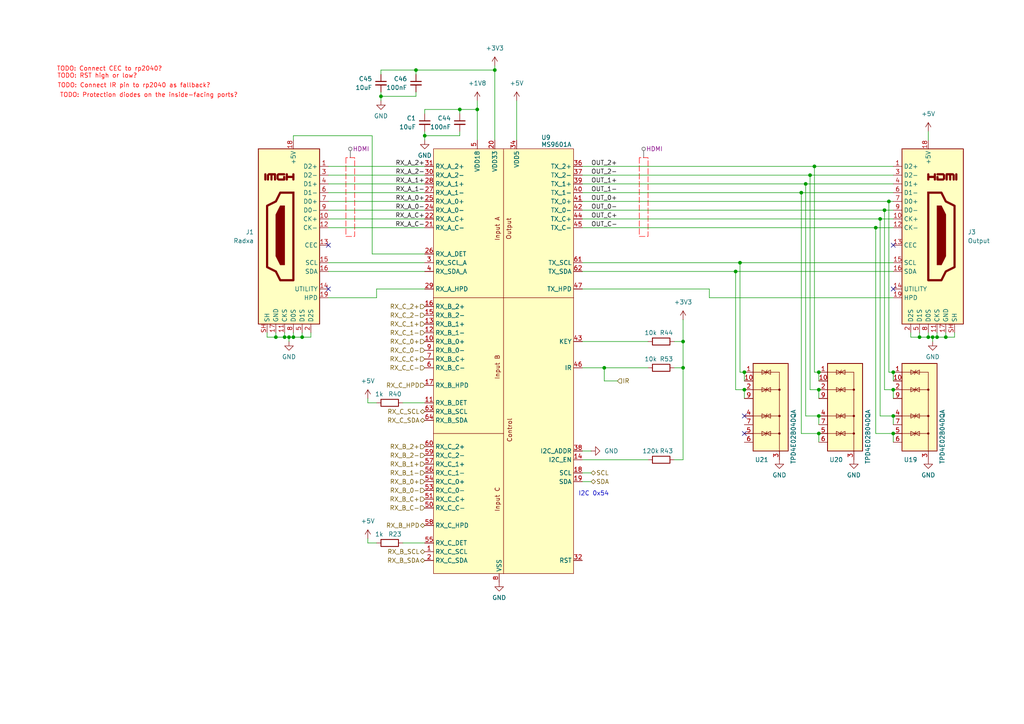
<source format=kicad_sch>
(kicad_sch
	(version 20250114)
	(generator "eeschema")
	(generator_version "9.0")
	(uuid "9c7c828a-f70a-4edb-bc38-65fc26727dca")
	(paper "A4")
	(lib_symbols
		(symbol "Connector:HDMI_A"
			(exclude_from_sim no)
			(in_bom yes)
			(on_board yes)
			(property "Reference" "J"
				(at -6.35 26.67 0)
				(effects
					(font
						(size 1.27 1.27)
					)
				)
			)
			(property "Value" "HDMI_A"
				(at 10.16 26.67 0)
				(effects
					(font
						(size 1.27 1.27)
					)
				)
			)
			(property "Footprint" ""
				(at 0.635 0 0)
				(effects
					(font
						(size 1.27 1.27)
					)
					(hide yes)
				)
			)
			(property "Datasheet" "https://en.wikipedia.org/wiki/HDMI"
				(at 0.635 0 0)
				(effects
					(font
						(size 1.27 1.27)
					)
					(hide yes)
				)
			)
			(property "Description" "HDMI type A connector"
				(at 0 0 0)
				(effects
					(font
						(size 1.27 1.27)
					)
					(hide yes)
				)
			)
			(property "ki_keywords" "hdmi conn"
				(at 0 0 0)
				(effects
					(font
						(size 1.27 1.27)
					)
					(hide yes)
				)
			)
			(property "ki_fp_filters" "HDMI*A*"
				(at 0 0 0)
				(effects
					(font
						(size 1.27 1.27)
					)
					(hide yes)
				)
			)
			(symbol "HDMI_A_0_0"
				(polyline
					(pts
						(xy 0 16.51) (xy 0 18.034) (xy 0 17.272) (xy 1.905 17.272) (xy 1.905 18.034) (xy 1.905 16.51)
					)
					(stroke
						(width 0.635)
						(type default)
					)
					(fill
						(type none)
					)
				)
				(polyline
					(pts
						(xy 2.667 18.034) (xy 4.318 18.034) (xy 4.572 17.78) (xy 4.572 16.764) (xy 4.318 16.51) (xy 2.667 16.51)
						(xy 2.667 17.272)
					)
					(stroke
						(width 0.635)
						(type default)
					)
					(fill
						(type none)
					)
				)
				(polyline
					(pts
						(xy 8.128 16.51) (xy 8.128 18.034)
					)
					(stroke
						(width 0.635)
						(type default)
					)
					(fill
						(type none)
					)
				)
			)
			(symbol "HDMI_A_0_1"
				(rectangle
					(start -7.62 25.4)
					(end 10.16 -25.4)
					(stroke
						(width 0.254)
						(type default)
					)
					(fill
						(type background)
					)
				)
				(polyline
					(pts
						(xy 0 12.7) (xy 0 -12.7) (xy 3.81 -12.7) (xy 5.08 -10.16) (xy 7.62 -8.89) (xy 7.62 8.89) (xy 5.08 10.16)
						(xy 3.81 12.7) (xy 0 12.7)
					)
					(stroke
						(width 0.635)
						(type default)
					)
					(fill
						(type none)
					)
				)
				(polyline
					(pts
						(xy 2.54 8.89) (xy 3.81 8.89) (xy 5.08 6.35) (xy 5.08 -5.715) (xy 3.81 -8.255) (xy 2.54 -8.255)
						(xy 2.54 8.89)
					)
					(stroke
						(width 0)
						(type default)
					)
					(fill
						(type outline)
					)
				)
				(polyline
					(pts
						(xy 5.334 16.51) (xy 5.334 18.034) (xy 6.35 18.034) (xy 6.35 16.51) (xy 6.35 18.034) (xy 7.112 18.034)
						(xy 7.366 17.78) (xy 7.366 16.51)
					)
					(stroke
						(width 0.635)
						(type default)
					)
					(fill
						(type none)
					)
				)
			)
			(symbol "HDMI_A_1_1"
				(pin passive line
					(at -10.16 20.32 0)
					(length 2.54)
					(name "D2+"
						(effects
							(font
								(size 1.27 1.27)
							)
						)
					)
					(number "1"
						(effects
							(font
								(size 1.27 1.27)
							)
						)
					)
				)
				(pin passive line
					(at -10.16 17.78 0)
					(length 2.54)
					(name "D2-"
						(effects
							(font
								(size 1.27 1.27)
							)
						)
					)
					(number "3"
						(effects
							(font
								(size 1.27 1.27)
							)
						)
					)
				)
				(pin passive line
					(at -10.16 15.24 0)
					(length 2.54)
					(name "D1+"
						(effects
							(font
								(size 1.27 1.27)
							)
						)
					)
					(number "4"
						(effects
							(font
								(size 1.27 1.27)
							)
						)
					)
				)
				(pin passive line
					(at -10.16 12.7 0)
					(length 2.54)
					(name "D1-"
						(effects
							(font
								(size 1.27 1.27)
							)
						)
					)
					(number "6"
						(effects
							(font
								(size 1.27 1.27)
							)
						)
					)
				)
				(pin passive line
					(at -10.16 10.16 0)
					(length 2.54)
					(name "D0+"
						(effects
							(font
								(size 1.27 1.27)
							)
						)
					)
					(number "7"
						(effects
							(font
								(size 1.27 1.27)
							)
						)
					)
				)
				(pin passive line
					(at -10.16 7.62 0)
					(length 2.54)
					(name "D0-"
						(effects
							(font
								(size 1.27 1.27)
							)
						)
					)
					(number "9"
						(effects
							(font
								(size 1.27 1.27)
							)
						)
					)
				)
				(pin passive line
					(at -10.16 5.08 0)
					(length 2.54)
					(name "CK+"
						(effects
							(font
								(size 1.27 1.27)
							)
						)
					)
					(number "10"
						(effects
							(font
								(size 1.27 1.27)
							)
						)
					)
				)
				(pin passive line
					(at -10.16 2.54 0)
					(length 2.54)
					(name "CK-"
						(effects
							(font
								(size 1.27 1.27)
							)
						)
					)
					(number "12"
						(effects
							(font
								(size 1.27 1.27)
							)
						)
					)
				)
				(pin bidirectional line
					(at -10.16 -2.54 0)
					(length 2.54)
					(name "CEC"
						(effects
							(font
								(size 1.27 1.27)
							)
						)
					)
					(number "13"
						(effects
							(font
								(size 1.27 1.27)
							)
						)
					)
				)
				(pin passive line
					(at -10.16 -7.62 0)
					(length 2.54)
					(name "SCL"
						(effects
							(font
								(size 1.27 1.27)
							)
						)
					)
					(number "15"
						(effects
							(font
								(size 1.27 1.27)
							)
						)
					)
				)
				(pin bidirectional line
					(at -10.16 -10.16 0)
					(length 2.54)
					(name "SDA"
						(effects
							(font
								(size 1.27 1.27)
							)
						)
					)
					(number "16"
						(effects
							(font
								(size 1.27 1.27)
							)
						)
					)
				)
				(pin passive line
					(at -10.16 -15.24 0)
					(length 2.54)
					(name "UTILITY"
						(effects
							(font
								(size 1.27 1.27)
							)
						)
					)
					(number "14"
						(effects
							(font
								(size 1.27 1.27)
							)
						)
					)
				)
				(pin passive line
					(at -10.16 -17.78 0)
					(length 2.54)
					(name "HPD"
						(effects
							(font
								(size 1.27 1.27)
							)
						)
					)
					(number "19"
						(effects
							(font
								(size 1.27 1.27)
							)
						)
					)
				)
				(pin power_in line
					(at -5.08 -27.94 90)
					(length 2.54)
					(name "D2S"
						(effects
							(font
								(size 1.27 1.27)
							)
						)
					)
					(number "2"
						(effects
							(font
								(size 1.27 1.27)
							)
						)
					)
				)
				(pin power_in line
					(at -2.54 -27.94 90)
					(length 2.54)
					(name "D1S"
						(effects
							(font
								(size 1.27 1.27)
							)
						)
					)
					(number "5"
						(effects
							(font
								(size 1.27 1.27)
							)
						)
					)
				)
				(pin power_in line
					(at 0 27.94 270)
					(length 2.54)
					(name "+5V"
						(effects
							(font
								(size 1.27 1.27)
							)
						)
					)
					(number "18"
						(effects
							(font
								(size 1.27 1.27)
							)
						)
					)
				)
				(pin power_in line
					(at 0 -27.94 90)
					(length 2.54)
					(name "D0S"
						(effects
							(font
								(size 1.27 1.27)
							)
						)
					)
					(number "8"
						(effects
							(font
								(size 1.27 1.27)
							)
						)
					)
				)
				(pin power_in line
					(at 2.54 -27.94 90)
					(length 2.54)
					(name "CKS"
						(effects
							(font
								(size 1.27 1.27)
							)
						)
					)
					(number "11"
						(effects
							(font
								(size 1.27 1.27)
							)
						)
					)
				)
				(pin power_in line
					(at 5.08 -27.94 90)
					(length 2.54)
					(name "GND"
						(effects
							(font
								(size 1.27 1.27)
							)
						)
					)
					(number "17"
						(effects
							(font
								(size 1.27 1.27)
							)
						)
					)
				)
				(pin passive line
					(at 7.62 -27.94 90)
					(length 2.54)
					(name "SH"
						(effects
							(font
								(size 1.27 1.27)
							)
						)
					)
					(number "SH"
						(effects
							(font
								(size 1.27 1.27)
							)
						)
					)
				)
			)
			(embedded_fonts no)
		)
		(symbol "Device:C_Small"
			(pin_numbers
				(hide yes)
			)
			(pin_names
				(offset 0.254)
				(hide yes)
			)
			(exclude_from_sim no)
			(in_bom yes)
			(on_board yes)
			(property "Reference" "C"
				(at 0.254 1.778 0)
				(effects
					(font
						(size 1.27 1.27)
					)
					(justify left)
				)
			)
			(property "Value" "C_Small"
				(at 0.254 -2.032 0)
				(effects
					(font
						(size 1.27 1.27)
					)
					(justify left)
				)
			)
			(property "Footprint" ""
				(at 0 0 0)
				(effects
					(font
						(size 1.27 1.27)
					)
					(hide yes)
				)
			)
			(property "Datasheet" "~"
				(at 0 0 0)
				(effects
					(font
						(size 1.27 1.27)
					)
					(hide yes)
				)
			)
			(property "Description" "Unpolarized capacitor, small symbol"
				(at 0 0 0)
				(effects
					(font
						(size 1.27 1.27)
					)
					(hide yes)
				)
			)
			(property "ki_keywords" "capacitor cap"
				(at 0 0 0)
				(effects
					(font
						(size 1.27 1.27)
					)
					(hide yes)
				)
			)
			(property "ki_fp_filters" "C_*"
				(at 0 0 0)
				(effects
					(font
						(size 1.27 1.27)
					)
					(hide yes)
				)
			)
			(symbol "C_Small_0_1"
				(polyline
					(pts
						(xy -1.524 0.508) (xy 1.524 0.508)
					)
					(stroke
						(width 0.3048)
						(type default)
					)
					(fill
						(type none)
					)
				)
				(polyline
					(pts
						(xy -1.524 -0.508) (xy 1.524 -0.508)
					)
					(stroke
						(width 0.3302)
						(type default)
					)
					(fill
						(type none)
					)
				)
			)
			(symbol "C_Small_1_1"
				(pin passive line
					(at 0 2.54 270)
					(length 2.032)
					(name "~"
						(effects
							(font
								(size 1.27 1.27)
							)
						)
					)
					(number "1"
						(effects
							(font
								(size 1.27 1.27)
							)
						)
					)
				)
				(pin passive line
					(at 0 -2.54 90)
					(length 2.032)
					(name "~"
						(effects
							(font
								(size 1.27 1.27)
							)
						)
					)
					(number "2"
						(effects
							(font
								(size 1.27 1.27)
							)
						)
					)
				)
			)
			(embedded_fonts no)
		)
		(symbol "Device:R"
			(pin_numbers
				(hide yes)
			)
			(pin_names
				(offset 0)
			)
			(exclude_from_sim no)
			(in_bom yes)
			(on_board yes)
			(property "Reference" "R"
				(at 2.032 0 90)
				(effects
					(font
						(size 1.27 1.27)
					)
				)
			)
			(property "Value" "R"
				(at 0 0 90)
				(effects
					(font
						(size 1.27 1.27)
					)
				)
			)
			(property "Footprint" ""
				(at -1.778 0 90)
				(effects
					(font
						(size 1.27 1.27)
					)
					(hide yes)
				)
			)
			(property "Datasheet" "~"
				(at 0 0 0)
				(effects
					(font
						(size 1.27 1.27)
					)
					(hide yes)
				)
			)
			(property "Description" "Resistor"
				(at 0 0 0)
				(effects
					(font
						(size 1.27 1.27)
					)
					(hide yes)
				)
			)
			(property "ki_keywords" "R res resistor"
				(at 0 0 0)
				(effects
					(font
						(size 1.27 1.27)
					)
					(hide yes)
				)
			)
			(property "ki_fp_filters" "R_*"
				(at 0 0 0)
				(effects
					(font
						(size 1.27 1.27)
					)
					(hide yes)
				)
			)
			(symbol "R_0_1"
				(rectangle
					(start -1.016 -2.54)
					(end 1.016 2.54)
					(stroke
						(width 0.254)
						(type default)
					)
					(fill
						(type none)
					)
				)
			)
			(symbol "R_1_1"
				(pin passive line
					(at 0 3.81 270)
					(length 1.27)
					(name "~"
						(effects
							(font
								(size 1.27 1.27)
							)
						)
					)
					(number "1"
						(effects
							(font
								(size 1.27 1.27)
							)
						)
					)
				)
				(pin passive line
					(at 0 -3.81 90)
					(length 1.27)
					(name "~"
						(effects
							(font
								(size 1.27 1.27)
							)
						)
					)
					(number "2"
						(effects
							(font
								(size 1.27 1.27)
							)
						)
					)
				)
			)
			(embedded_fonts no)
		)
		(symbol "GND_1"
			(power)
			(pin_numbers
				(hide yes)
			)
			(pin_names
				(offset 0)
				(hide yes)
			)
			(exclude_from_sim no)
			(in_bom yes)
			(on_board yes)
			(property "Reference" "#PWR"
				(at 0 -6.35 0)
				(effects
					(font
						(size 1.27 1.27)
					)
					(hide yes)
				)
			)
			(property "Value" "GND"
				(at 0 -3.81 0)
				(effects
					(font
						(size 1.27 1.27)
					)
				)
			)
			(property "Footprint" ""
				(at 0 0 0)
				(effects
					(font
						(size 1.27 1.27)
					)
					(hide yes)
				)
			)
			(property "Datasheet" ""
				(at 0 0 0)
				(effects
					(font
						(size 1.27 1.27)
					)
					(hide yes)
				)
			)
			(property "Description" "Power symbol creates a global label with name \"GND\" , ground"
				(at 0 0 0)
				(effects
					(font
						(size 1.27 1.27)
					)
					(hide yes)
				)
			)
			(property "ki_keywords" "global power"
				(at 0 0 0)
				(effects
					(font
						(size 1.27 1.27)
					)
					(hide yes)
				)
			)
			(symbol "GND_1_0_1"
				(polyline
					(pts
						(xy 0 0) (xy 0 -1.27) (xy 1.27 -1.27) (xy 0 -2.54) (xy -1.27 -1.27) (xy 0 -1.27)
					)
					(stroke
						(width 0)
						(type default)
					)
					(fill
						(type none)
					)
				)
			)
			(symbol "GND_1_1_1"
				(pin power_in line
					(at 0 0 270)
					(length 0)
					(name "~"
						(effects
							(font
								(size 1.27 1.27)
							)
						)
					)
					(number "1"
						(effects
							(font
								(size 1.27 1.27)
							)
						)
					)
				)
			)
			(embedded_fonts no)
		)
		(symbol "HDMI-parts:MS9601A"
			(exclude_from_sim no)
			(in_bom yes)
			(on_board yes)
			(property "Reference" "U"
				(at 0.508 1.524 0)
				(effects
					(font
						(size 1.27 1.27)
					)
				)
			)
			(property "Value" ""
				(at 0 0 0)
				(effects
					(font
						(size 1.27 1.27)
					)
				)
			)
			(property "Footprint" ""
				(at 0 0 0)
				(effects
					(font
						(size 1.27 1.27)
					)
					(hide yes)
				)
			)
			(property "Datasheet" ""
				(at 0 0 0)
				(effects
					(font
						(size 1.27 1.27)
					)
					(hide yes)
				)
			)
			(property "Description" ""
				(at 0 0 0)
				(effects
					(font
						(size 1.27 1.27)
					)
					(hide yes)
				)
			)
			(symbol "MS9601A_0_1"
				(polyline
					(pts
						(xy 0 -43.18) (xy 20.32 -43.18) (xy 20.32 0)
					)
					(stroke
						(width 0)
						(type default)
					)
					(fill
						(type none)
					)
				)
				(polyline
					(pts
						(xy 0 -82.55) (xy 20.32 -82.55)
					)
					(stroke
						(width 0)
						(type default)
					)
					(fill
						(type none)
					)
				)
				(polyline
					(pts
						(xy 20.32 -43.18) (xy 20.32 -123.19)
					)
					(stroke
						(width 0)
						(type default)
					)
					(fill
						(type none)
					)
				)
				(polyline
					(pts
						(xy 20.32 -43.18) (xy 40.64 -43.18)
					)
					(stroke
						(width 0)
						(type default)
					)
					(fill
						(type none)
					)
				)
			)
			(symbol "MS9601A_1_1"
				(rectangle
					(start 0 0)
					(end 40.64 -123.19)
					(stroke
						(width 0)
						(type default)
					)
					(fill
						(type background)
					)
				)
				(text "Input A"
					(at 18.542 -23.114 900)
					(effects
						(font
							(size 1.27 1.27)
						)
					)
				)
				(text "Input B"
					(at 18.542 -63.246 900)
					(effects
						(font
							(size 1.27 1.27)
						)
					)
				)
				(text "Input C"
					(at 18.542 -101.6 900)
					(effects
						(font
							(size 1.27 1.27)
						)
					)
				)
				(text "Output"
					(at 21.844 -23.114 900)
					(effects
						(font
							(size 1.27 1.27)
						)
					)
				)
				(text "Control"
					(at 22.098 -81.534 900)
					(effects
						(font
							(size 1.27 1.27)
						)
					)
				)
				(pin bidirectional line
					(at -2.54 -5.08 0)
					(length 2.54)
					(name "RX_A_2+"
						(effects
							(font
								(size 1.27 1.27)
							)
						)
					)
					(number "31"
						(effects
							(font
								(size 1.27 1.27)
							)
						)
					)
				)
				(pin bidirectional line
					(at -2.54 -7.62 0)
					(length 2.54)
					(name "RX_A_2-"
						(effects
							(font
								(size 1.27 1.27)
							)
						)
					)
					(number "30"
						(effects
							(font
								(size 1.27 1.27)
							)
						)
					)
				)
				(pin bidirectional line
					(at -2.54 -10.16 0)
					(length 2.54)
					(name "RX_A_1+"
						(effects
							(font
								(size 1.27 1.27)
							)
						)
					)
					(number "28"
						(effects
							(font
								(size 1.27 1.27)
							)
						)
					)
				)
				(pin bidirectional line
					(at -2.54 -12.7 0)
					(length 2.54)
					(name "RX_A_1-"
						(effects
							(font
								(size 1.27 1.27)
							)
						)
					)
					(number "27"
						(effects
							(font
								(size 1.27 1.27)
							)
						)
					)
				)
				(pin bidirectional line
					(at -2.54 -15.24 0)
					(length 2.54)
					(name "RX_A_0+"
						(effects
							(font
								(size 1.27 1.27)
							)
						)
					)
					(number "25"
						(effects
							(font
								(size 1.27 1.27)
							)
						)
					)
				)
				(pin bidirectional line
					(at -2.54 -17.78 0)
					(length 2.54)
					(name "RX_A_0-"
						(effects
							(font
								(size 1.27 1.27)
							)
						)
					)
					(number "24"
						(effects
							(font
								(size 1.27 1.27)
							)
						)
					)
				)
				(pin bidirectional line
					(at -2.54 -20.32 0)
					(length 2.54)
					(name "RX_A_C+"
						(effects
							(font
								(size 1.27 1.27)
							)
						)
					)
					(number "22"
						(effects
							(font
								(size 1.27 1.27)
							)
						)
					)
				)
				(pin bidirectional line
					(at -2.54 -22.86 0)
					(length 2.54)
					(name "RX_A_C-"
						(effects
							(font
								(size 1.27 1.27)
							)
						)
					)
					(number "21"
						(effects
							(font
								(size 1.27 1.27)
							)
						)
					)
				)
				(pin bidirectional line
					(at -2.54 -30.48 0)
					(length 2.54)
					(name "RX_A_DET"
						(effects
							(font
								(size 1.27 1.27)
							)
						)
					)
					(number "26"
						(effects
							(font
								(size 1.27 1.27)
							)
						)
					)
				)
				(pin bidirectional line
					(at -2.54 -33.02 0)
					(length 2.54)
					(name "RX_SCL_A"
						(effects
							(font
								(size 1.27 1.27)
							)
						)
					)
					(number "3"
						(effects
							(font
								(size 1.27 1.27)
							)
						)
					)
				)
				(pin bidirectional line
					(at -2.54 -35.56 0)
					(length 2.54)
					(name "RX_SDA_A"
						(effects
							(font
								(size 1.27 1.27)
							)
						)
					)
					(number "4"
						(effects
							(font
								(size 1.27 1.27)
							)
						)
					)
				)
				(pin bidirectional line
					(at -2.54 -40.64 0)
					(length 2.54)
					(name "RX_A_HPD"
						(effects
							(font
								(size 1.27 1.27)
							)
						)
					)
					(number "29"
						(effects
							(font
								(size 1.27 1.27)
							)
						)
					)
				)
				(pin bidirectional line
					(at -2.54 -45.72 0)
					(length 2.54)
					(name "RX_B_2+"
						(effects
							(font
								(size 1.27 1.27)
							)
						)
					)
					(number "16"
						(effects
							(font
								(size 1.27 1.27)
							)
						)
					)
				)
				(pin bidirectional line
					(at -2.54 -48.26 0)
					(length 2.54)
					(name "RX_B_2-"
						(effects
							(font
								(size 1.27 1.27)
							)
						)
					)
					(number "15"
						(effects
							(font
								(size 1.27 1.27)
							)
						)
					)
				)
				(pin bidirectional line
					(at -2.54 -50.8 0)
					(length 2.54)
					(name "RX_B_1+"
						(effects
							(font
								(size 1.27 1.27)
							)
						)
					)
					(number "13"
						(effects
							(font
								(size 1.27 1.27)
							)
						)
					)
				)
				(pin bidirectional line
					(at -2.54 -53.34 0)
					(length 2.54)
					(name "RX_B_1-"
						(effects
							(font
								(size 1.27 1.27)
							)
						)
					)
					(number "12"
						(effects
							(font
								(size 1.27 1.27)
							)
						)
					)
				)
				(pin bidirectional line
					(at -2.54 -55.88 0)
					(length 2.54)
					(name "RX_B_0+"
						(effects
							(font
								(size 1.27 1.27)
							)
						)
					)
					(number "10"
						(effects
							(font
								(size 1.27 1.27)
							)
						)
					)
				)
				(pin bidirectional line
					(at -2.54 -58.42 0)
					(length 2.54)
					(name "RX_B_0-"
						(effects
							(font
								(size 1.27 1.27)
							)
						)
					)
					(number "9"
						(effects
							(font
								(size 1.27 1.27)
							)
						)
					)
				)
				(pin bidirectional line
					(at -2.54 -60.96 0)
					(length 2.54)
					(name "RX_B_C+"
						(effects
							(font
								(size 1.27 1.27)
							)
						)
					)
					(number "7"
						(effects
							(font
								(size 1.27 1.27)
							)
						)
					)
				)
				(pin bidirectional line
					(at -2.54 -63.5 0)
					(length 2.54)
					(name "RX_B_C-"
						(effects
							(font
								(size 1.27 1.27)
							)
						)
					)
					(number "6"
						(effects
							(font
								(size 1.27 1.27)
							)
						)
					)
				)
				(pin bidirectional line
					(at -2.54 -68.58 0)
					(length 2.54)
					(name "RX_B_HPD"
						(effects
							(font
								(size 1.27 1.27)
							)
						)
					)
					(number "17"
						(effects
							(font
								(size 1.27 1.27)
							)
						)
					)
				)
				(pin bidirectional line
					(at -2.54 -73.66 0)
					(length 2.54)
					(name "RX_B_DET"
						(effects
							(font
								(size 1.27 1.27)
							)
						)
					)
					(number "11"
						(effects
							(font
								(size 1.27 1.27)
							)
						)
					)
				)
				(pin bidirectional line
					(at -2.54 -76.2 0)
					(length 2.54)
					(name "RX_B_SCL"
						(effects
							(font
								(size 1.27 1.27)
							)
						)
					)
					(number "63"
						(effects
							(font
								(size 1.27 1.27)
							)
						)
					)
				)
				(pin bidirectional line
					(at -2.54 -78.74 0)
					(length 2.54)
					(name "RX_B_SDA"
						(effects
							(font
								(size 1.27 1.27)
							)
						)
					)
					(number "64"
						(effects
							(font
								(size 1.27 1.27)
							)
						)
					)
				)
				(pin bidirectional line
					(at -2.54 -86.36 0)
					(length 2.54)
					(name "RX_C_2+"
						(effects
							(font
								(size 1.27 1.27)
							)
						)
					)
					(number "60"
						(effects
							(font
								(size 1.27 1.27)
							)
						)
					)
				)
				(pin bidirectional line
					(at -2.54 -88.9 0)
					(length 2.54)
					(name "RX_C_2-"
						(effects
							(font
								(size 1.27 1.27)
							)
						)
					)
					(number "59"
						(effects
							(font
								(size 1.27 1.27)
							)
						)
					)
				)
				(pin bidirectional line
					(at -2.54 -91.44 0)
					(length 2.54)
					(name "RX_C_1+"
						(effects
							(font
								(size 1.27 1.27)
							)
						)
					)
					(number "57"
						(effects
							(font
								(size 1.27 1.27)
							)
						)
					)
				)
				(pin bidirectional line
					(at -2.54 -93.98 0)
					(length 2.54)
					(name "RX_C_1-"
						(effects
							(font
								(size 1.27 1.27)
							)
						)
					)
					(number "56"
						(effects
							(font
								(size 1.27 1.27)
							)
						)
					)
				)
				(pin bidirectional line
					(at -2.54 -96.52 0)
					(length 2.54)
					(name "RX_C_0+"
						(effects
							(font
								(size 1.27 1.27)
							)
						)
					)
					(number "54"
						(effects
							(font
								(size 1.27 1.27)
							)
						)
					)
				)
				(pin bidirectional line
					(at -2.54 -99.06 0)
					(length 2.54)
					(name "RX_C_0-"
						(effects
							(font
								(size 1.27 1.27)
							)
						)
					)
					(number "53"
						(effects
							(font
								(size 1.27 1.27)
							)
						)
					)
				)
				(pin bidirectional line
					(at -2.54 -101.6 0)
					(length 2.54)
					(name "RX_C_C+"
						(effects
							(font
								(size 1.27 1.27)
							)
						)
					)
					(number "51"
						(effects
							(font
								(size 1.27 1.27)
							)
						)
					)
				)
				(pin bidirectional line
					(at -2.54 -104.14 0)
					(length 2.54)
					(name "RX_C_C-"
						(effects
							(font
								(size 1.27 1.27)
							)
						)
					)
					(number "50"
						(effects
							(font
								(size 1.27 1.27)
							)
						)
					)
				)
				(pin bidirectional line
					(at -2.54 -109.22 0)
					(length 2.54)
					(name "RX_C_HPD"
						(effects
							(font
								(size 1.27 1.27)
							)
						)
					)
					(number "58"
						(effects
							(font
								(size 1.27 1.27)
							)
						)
					)
				)
				(pin bidirectional line
					(at -2.54 -114.3 0)
					(length 2.54)
					(name "RX_C_DET"
						(effects
							(font
								(size 1.27 1.27)
							)
						)
					)
					(number "55"
						(effects
							(font
								(size 1.27 1.27)
							)
						)
					)
				)
				(pin bidirectional line
					(at -2.54 -116.84 0)
					(length 2.54)
					(name "RX_C_SCL"
						(effects
							(font
								(size 1.27 1.27)
							)
						)
					)
					(number "1"
						(effects
							(font
								(size 1.27 1.27)
							)
						)
					)
				)
				(pin bidirectional line
					(at -2.54 -119.38 0)
					(length 2.54)
					(name "RX_C_SDA"
						(effects
							(font
								(size 1.27 1.27)
							)
						)
					)
					(number "2"
						(effects
							(font
								(size 1.27 1.27)
							)
						)
					)
				)
				(pin bidirectional line
					(at 12.7 2.54 270)
					(length 2.54)
					(hide yes)
					(name "VDD18"
						(effects
							(font
								(size 1.27 1.27)
							)
						)
					)
					(number "35"
						(effects
							(font
								(size 1.27 1.27)
							)
						)
					)
				)
				(pin bidirectional line
					(at 12.7 2.54 270)
					(length 2.54)
					(name "VDD18"
						(effects
							(font
								(size 1.27 1.27)
							)
						)
					)
					(number "5"
						(effects
							(font
								(size 1.27 1.27)
							)
						)
					)
				)
				(pin bidirectional line
					(at 17.78 2.54 270)
					(length 2.54)
					(name "VDD33"
						(effects
							(font
								(size 1.27 1.27)
							)
						)
					)
					(number "20"
						(effects
							(font
								(size 1.27 1.27)
							)
						)
					)
				)
				(pin bidirectional line
					(at 17.78 2.54 270)
					(length 2.54)
					(hide yes)
					(name "VDD33"
						(effects
							(font
								(size 1.27 1.27)
							)
						)
					)
					(number "49"
						(effects
							(font
								(size 1.27 1.27)
							)
						)
					)
				)
				(pin bidirectional line
					(at 19.05 -125.73 90)
					(length 2.54)
					(hide yes)
					(name "VSS"
						(effects
							(font
								(size 1.27 1.27)
							)
						)
					)
					(number "23"
						(effects
							(font
								(size 1.27 1.27)
							)
						)
					)
				)
				(pin bidirectional line
					(at 19.05 -125.73 90)
					(length 2.54)
					(hide yes)
					(name "VSS"
						(effects
							(font
								(size 1.27 1.27)
							)
						)
					)
					(number "33"
						(effects
							(font
								(size 1.27 1.27)
							)
						)
					)
				)
				(pin bidirectional line
					(at 19.05 -125.73 90)
					(length 2.54)
					(hide yes)
					(name "VSS"
						(effects
							(font
								(size 1.27 1.27)
							)
						)
					)
					(number "52"
						(effects
							(font
								(size 1.27 1.27)
							)
						)
					)
				)
				(pin bidirectional line
					(at 19.05 -125.73 90)
					(length 2.54)
					(name "VSS"
						(effects
							(font
								(size 1.27 1.27)
							)
						)
					)
					(number "8"
						(effects
							(font
								(size 1.27 1.27)
							)
						)
					)
				)
				(pin bidirectional line
					(at 24.13 2.54 270)
					(length 2.54)
					(name "VDD5"
						(effects
							(font
								(size 1.27 1.27)
							)
						)
					)
					(number "34"
						(effects
							(font
								(size 1.27 1.27)
							)
						)
					)
				)
				(pin bidirectional line
					(at 24.13 2.54 270)
					(length 2.54)
					(hide yes)
					(name "VDD5"
						(effects
							(font
								(size 1.27 1.27)
							)
						)
					)
					(number "48"
						(effects
							(font
								(size 1.27 1.27)
							)
						)
					)
				)
				(pin bidirectional line
					(at 43.18 -5.08 180)
					(length 2.54)
					(name "TX_2+"
						(effects
							(font
								(size 1.27 1.27)
							)
						)
					)
					(number "36"
						(effects
							(font
								(size 1.27 1.27)
							)
						)
					)
				)
				(pin bidirectional line
					(at 43.18 -7.62 180)
					(length 2.54)
					(name "TX_2-"
						(effects
							(font
								(size 1.27 1.27)
							)
						)
					)
					(number "37"
						(effects
							(font
								(size 1.27 1.27)
							)
						)
					)
				)
				(pin bidirectional line
					(at 43.18 -10.16 180)
					(length 2.54)
					(name "TX_1+"
						(effects
							(font
								(size 1.27 1.27)
							)
						)
					)
					(number "39"
						(effects
							(font
								(size 1.27 1.27)
							)
						)
					)
				)
				(pin bidirectional line
					(at 43.18 -12.7 180)
					(length 2.54)
					(name "TX_1-"
						(effects
							(font
								(size 1.27 1.27)
							)
						)
					)
					(number "40"
						(effects
							(font
								(size 1.27 1.27)
							)
						)
					)
				)
				(pin bidirectional line
					(at 43.18 -15.24 180)
					(length 2.54)
					(name "TX_0+"
						(effects
							(font
								(size 1.27 1.27)
							)
						)
					)
					(number "41"
						(effects
							(font
								(size 1.27 1.27)
							)
						)
					)
				)
				(pin bidirectional line
					(at 43.18 -17.78 180)
					(length 2.54)
					(name "TX_0-"
						(effects
							(font
								(size 1.27 1.27)
							)
						)
					)
					(number "42"
						(effects
							(font
								(size 1.27 1.27)
							)
						)
					)
				)
				(pin bidirectional line
					(at 43.18 -20.32 180)
					(length 2.54)
					(name "TX_C+"
						(effects
							(font
								(size 1.27 1.27)
							)
						)
					)
					(number "44"
						(effects
							(font
								(size 1.27 1.27)
							)
						)
					)
				)
				(pin bidirectional line
					(at 43.18 -22.86 180)
					(length 2.54)
					(name "TX_C-"
						(effects
							(font
								(size 1.27 1.27)
							)
						)
					)
					(number "45"
						(effects
							(font
								(size 1.27 1.27)
							)
						)
					)
				)
				(pin bidirectional line
					(at 43.18 -33.02 180)
					(length 2.54)
					(name "TX_SCL"
						(effects
							(font
								(size 1.27 1.27)
							)
						)
					)
					(number "61"
						(effects
							(font
								(size 1.27 1.27)
							)
						)
					)
				)
				(pin bidirectional line
					(at 43.18 -35.56 180)
					(length 2.54)
					(name "TX_SDA"
						(effects
							(font
								(size 1.27 1.27)
							)
						)
					)
					(number "62"
						(effects
							(font
								(size 1.27 1.27)
							)
						)
					)
				)
				(pin bidirectional line
					(at 43.18 -40.64 180)
					(length 2.54)
					(name "TX_HPD"
						(effects
							(font
								(size 1.27 1.27)
							)
						)
					)
					(number "47"
						(effects
							(font
								(size 1.27 1.27)
							)
						)
					)
				)
				(pin bidirectional line
					(at 43.18 -55.88 180)
					(length 2.54)
					(name "KEY"
						(effects
							(font
								(size 1.27 1.27)
							)
						)
					)
					(number "43"
						(effects
							(font
								(size 1.27 1.27)
							)
						)
					)
				)
				(pin bidirectional line
					(at 43.18 -63.5 180)
					(length 2.54)
					(name "IR"
						(effects
							(font
								(size 1.27 1.27)
							)
						)
					)
					(number "46"
						(effects
							(font
								(size 1.27 1.27)
							)
						)
					)
				)
				(pin bidirectional line
					(at 43.18 -87.63 180)
					(length 2.54)
					(name "I2C_ADDR"
						(effects
							(font
								(size 1.27 1.27)
							)
						)
					)
					(number "38"
						(effects
							(font
								(size 1.27 1.27)
							)
						)
					)
				)
				(pin bidirectional line
					(at 43.18 -90.17 180)
					(length 2.54)
					(name "I2C_EN"
						(effects
							(font
								(size 1.27 1.27)
							)
						)
					)
					(number "14"
						(effects
							(font
								(size 1.27 1.27)
							)
						)
					)
				)
				(pin bidirectional line
					(at 43.18 -93.98 180)
					(length 2.54)
					(name "SCL"
						(effects
							(font
								(size 1.27 1.27)
							)
						)
					)
					(number "18"
						(effects
							(font
								(size 1.27 1.27)
							)
						)
					)
				)
				(pin bidirectional line
					(at 43.18 -96.52 180)
					(length 2.54)
					(name "SDA"
						(effects
							(font
								(size 1.27 1.27)
							)
						)
					)
					(number "19"
						(effects
							(font
								(size 1.27 1.27)
							)
						)
					)
				)
				(pin bidirectional line
					(at 43.18 -119.38 180)
					(length 2.54)
					(name "RST"
						(effects
							(font
								(size 1.27 1.27)
							)
						)
					)
					(number "32"
						(effects
							(font
								(size 1.27 1.27)
							)
						)
					)
				)
			)
			(embedded_fonts no)
		)
		(symbol "Power_Protection:TPD4E02B04DQA"
			(pin_names
				(hide yes)
			)
			(exclude_from_sim no)
			(in_bom yes)
			(on_board yes)
			(property "Reference" "U"
				(at 2.54 -11.43 0)
				(effects
					(font
						(size 1.27 1.27)
					)
					(justify left)
				)
			)
			(property "Value" "TPD4E02B04DQA"
				(at 7.62 1.905 0)
				(effects
					(font
						(size 1.27 1.27)
					)
					(justify left)
				)
			)
			(property "Footprint" "Package_SON:USON-10_2.5x1.0mm_P0.5mm"
				(at 7.62 0 0)
				(effects
					(font
						(size 1.27 1.27)
					)
					(justify left)
					(hide yes)
				)
			)
			(property "Datasheet" "http://www.ti.com/lit/ds/symlink/tpd4e02b04.pdf"
				(at 2.54 0 0)
				(effects
					(font
						(size 1.27 1.27)
					)
					(hide yes)
				)
			)
			(property "Description" "4-Channel ESD Protection Diode for USB Type-C and HDMI 2.0, USON-10"
				(at 0 0 0)
				(effects
					(font
						(size 1.27 1.27)
					)
					(hide yes)
				)
			)
			(property "ki_keywords" "ESD protection USB HDMI"
				(at 0 0 0)
				(effects
					(font
						(size 1.27 1.27)
					)
					(hide yes)
				)
			)
			(property "ki_fp_filters" "USON*2.5x1.0mm*P0.5mm*"
				(at 0 0 0)
				(effects
					(font
						(size 1.27 1.27)
					)
					(hide yes)
				)
			)
			(symbol "TPD4E02B04DQA_0_0"
				(pin passive line
					(at 2.54 -15.24 90)
					(length 2.54)
					(name "G"
						(effects
							(font
								(size 1.27 1.27)
							)
						)
					)
					(number "3"
						(effects
							(font
								(size 1.27 1.27)
							)
						)
					)
				)
			)
			(symbol "TPD4E02B04DQA_0_1"
				(rectangle
					(start -5.08 12.7)
					(end 5.08 -12.7)
					(stroke
						(width 0.254)
						(type default)
					)
					(fill
						(type background)
					)
				)
				(polyline
					(pts
						(xy -5.08 10.16) (xy 2.54 10.16)
					)
					(stroke
						(width 0)
						(type default)
					)
					(fill
						(type none)
					)
				)
				(polyline
					(pts
						(xy -5.08 5.08) (xy 2.54 5.08)
					)
					(stroke
						(width 0)
						(type default)
					)
					(fill
						(type none)
					)
				)
				(polyline
					(pts
						(xy -5.08 -2.54) (xy 2.54 -2.54)
					)
					(stroke
						(width 0)
						(type default)
					)
					(fill
						(type none)
					)
				)
				(polyline
					(pts
						(xy -5.08 -7.62) (xy 2.54 -7.62)
					)
					(stroke
						(width 0)
						(type default)
					)
					(fill
						(type none)
					)
				)
				(polyline
					(pts
						(xy -1.27 10.16) (xy 0 9.525) (xy 0 10.795) (xy -1.27 10.16)
					)
					(stroke
						(width 0)
						(type default)
					)
					(fill
						(type none)
					)
				)
				(polyline
					(pts
						(xy -1.27 5.08) (xy 0 4.445) (xy 0 5.715) (xy -1.27 5.08)
					)
					(stroke
						(width 0)
						(type default)
					)
					(fill
						(type none)
					)
				)
				(polyline
					(pts
						(xy -1.27 -2.54) (xy 0 -3.175) (xy 0 -1.905) (xy -1.27 -2.54)
					)
					(stroke
						(width 0)
						(type default)
					)
					(fill
						(type none)
					)
				)
				(polyline
					(pts
						(xy -1.27 -7.62) (xy 0 -8.255) (xy 0 -6.985) (xy -1.27 -7.62)
					)
					(stroke
						(width 0)
						(type default)
					)
					(fill
						(type none)
					)
				)
				(polyline
					(pts
						(xy 2.54 10.16) (xy 2.54 -12.7)
					)
					(stroke
						(width 0.1524)
						(type default)
					)
					(fill
						(type none)
					)
				)
				(circle
					(center 2.54 5.08)
					(radius 0.254)
					(stroke
						(width 0)
						(type default)
					)
					(fill
						(type outline)
					)
				)
				(circle
					(center 2.54 -2.54)
					(radius 0.254)
					(stroke
						(width 0)
						(type default)
					)
					(fill
						(type outline)
					)
				)
				(circle
					(center 2.54 -7.62)
					(radius 0.254)
					(stroke
						(width 0)
						(type default)
					)
					(fill
						(type outline)
					)
				)
			)
			(symbol "TPD4E02B04DQA_1_1"
				(polyline
					(pts
						(xy -1.524 9.525) (xy -1.27 9.779) (xy -1.27 10.541) (xy -1.016 10.795)
					)
					(stroke
						(width 0)
						(type default)
					)
					(fill
						(type none)
					)
				)
				(polyline
					(pts
						(xy -1.524 4.445) (xy -1.27 4.699) (xy -1.27 5.461) (xy -1.016 5.715)
					)
					(stroke
						(width 0)
						(type default)
					)
					(fill
						(type none)
					)
				)
				(polyline
					(pts
						(xy -1.524 -3.175) (xy -1.27 -2.921) (xy -1.27 -2.159) (xy -1.016 -1.905)
					)
					(stroke
						(width 0)
						(type default)
					)
					(fill
						(type none)
					)
				)
				(polyline
					(pts
						(xy -1.524 -8.255) (xy -1.27 -8.001) (xy -1.27 -7.239) (xy -1.016 -6.985)
					)
					(stroke
						(width 0)
						(type default)
					)
					(fill
						(type none)
					)
				)
				(polyline
					(pts
						(xy -1.27 10.16) (xy -2.54 9.525) (xy -2.54 10.795) (xy -1.27 10.16)
					)
					(stroke
						(width 0)
						(type default)
					)
					(fill
						(type none)
					)
				)
				(polyline
					(pts
						(xy -1.27 5.08) (xy -2.54 4.445) (xy -2.54 5.715) (xy -1.27 5.08)
					)
					(stroke
						(width 0)
						(type default)
					)
					(fill
						(type none)
					)
				)
				(polyline
					(pts
						(xy -1.27 -2.54) (xy -2.54 -3.175) (xy -2.54 -1.905) (xy -1.27 -2.54)
					)
					(stroke
						(width 0)
						(type default)
					)
					(fill
						(type none)
					)
				)
				(polyline
					(pts
						(xy -1.27 -7.62) (xy -2.54 -8.255) (xy -2.54 -6.985) (xy -1.27 -7.62)
					)
					(stroke
						(width 0)
						(type default)
					)
					(fill
						(type none)
					)
				)
				(pin passive line
					(at -7.62 10.16 0)
					(length 2.54)
					(name "IO1"
						(effects
							(font
								(size 1.27 1.27)
							)
						)
					)
					(number "1"
						(effects
							(font
								(size 1.27 1.27)
							)
						)
					)
				)
				(pin free line
					(at -7.62 7.62 0)
					(length 2.54)
					(name "NC"
						(effects
							(font
								(size 1.27 1.27)
							)
						)
					)
					(number "10"
						(effects
							(font
								(size 1.27 1.27)
							)
						)
					)
				)
				(pin passive line
					(at -7.62 5.08 0)
					(length 2.54)
					(name "IO2"
						(effects
							(font
								(size 1.27 1.27)
							)
						)
					)
					(number "2"
						(effects
							(font
								(size 1.27 1.27)
							)
						)
					)
				)
				(pin free line
					(at -7.62 2.54 0)
					(length 2.54)
					(name "NC"
						(effects
							(font
								(size 1.27 1.27)
							)
						)
					)
					(number "9"
						(effects
							(font
								(size 1.27 1.27)
							)
						)
					)
				)
				(pin passive line
					(at -7.62 -2.54 0)
					(length 2.54)
					(name "IO3"
						(effects
							(font
								(size 1.27 1.27)
							)
						)
					)
					(number "4"
						(effects
							(font
								(size 1.27 1.27)
							)
						)
					)
				)
				(pin free line
					(at -7.62 -5.08 0)
					(length 2.54)
					(name "NC"
						(effects
							(font
								(size 1.27 1.27)
							)
						)
					)
					(number "7"
						(effects
							(font
								(size 1.27 1.27)
							)
						)
					)
				)
				(pin passive line
					(at -7.62 -7.62 0)
					(length 2.54)
					(name "IO4"
						(effects
							(font
								(size 1.27 1.27)
							)
						)
					)
					(number "5"
						(effects
							(font
								(size 1.27 1.27)
							)
						)
					)
				)
				(pin free line
					(at -7.62 -10.16 0)
					(length 2.54)
					(name "NC"
						(effects
							(font
								(size 1.27 1.27)
							)
						)
					)
					(number "6"
						(effects
							(font
								(size 1.27 1.27)
							)
						)
					)
				)
				(pin passive line
					(at 2.54 -15.24 90)
					(length 2.54)
					(hide yes)
					(name "G"
						(effects
							(font
								(size 1.27 1.27)
							)
						)
					)
					(number "8"
						(effects
							(font
								(size 1.27 1.27)
							)
						)
					)
				)
			)
			(embedded_fonts no)
		)
		(symbol "power:+1V8"
			(power)
			(pin_numbers
				(hide yes)
			)
			(pin_names
				(offset 0)
				(hide yes)
			)
			(exclude_from_sim no)
			(in_bom yes)
			(on_board yes)
			(property "Reference" "#PWR"
				(at 0 -3.81 0)
				(effects
					(font
						(size 1.27 1.27)
					)
					(hide yes)
				)
			)
			(property "Value" "+1V8"
				(at 0 3.556 0)
				(effects
					(font
						(size 1.27 1.27)
					)
				)
			)
			(property "Footprint" ""
				(at 0 0 0)
				(effects
					(font
						(size 1.27 1.27)
					)
					(hide yes)
				)
			)
			(property "Datasheet" ""
				(at 0 0 0)
				(effects
					(font
						(size 1.27 1.27)
					)
					(hide yes)
				)
			)
			(property "Description" "Power symbol creates a global label with name \"+1V8\""
				(at 0 0 0)
				(effects
					(font
						(size 1.27 1.27)
					)
					(hide yes)
				)
			)
			(property "ki_keywords" "global power"
				(at 0 0 0)
				(effects
					(font
						(size 1.27 1.27)
					)
					(hide yes)
				)
			)
			(symbol "+1V8_0_1"
				(polyline
					(pts
						(xy -0.762 1.27) (xy 0 2.54)
					)
					(stroke
						(width 0)
						(type default)
					)
					(fill
						(type none)
					)
				)
				(polyline
					(pts
						(xy 0 2.54) (xy 0.762 1.27)
					)
					(stroke
						(width 0)
						(type default)
					)
					(fill
						(type none)
					)
				)
				(polyline
					(pts
						(xy 0 0) (xy 0 2.54)
					)
					(stroke
						(width 0)
						(type default)
					)
					(fill
						(type none)
					)
				)
			)
			(symbol "+1V8_1_1"
				(pin power_in line
					(at 0 0 90)
					(length 0)
					(name "~"
						(effects
							(font
								(size 1.27 1.27)
							)
						)
					)
					(number "1"
						(effects
							(font
								(size 1.27 1.27)
							)
						)
					)
				)
			)
			(embedded_fonts no)
		)
		(symbol "power:+3V3"
			(power)
			(pin_numbers
				(hide yes)
			)
			(pin_names
				(offset 0)
				(hide yes)
			)
			(exclude_from_sim no)
			(in_bom yes)
			(on_board yes)
			(property "Reference" "#PWR"
				(at 0 -3.81 0)
				(effects
					(font
						(size 1.27 1.27)
					)
					(hide yes)
				)
			)
			(property "Value" "+3V3"
				(at 0 3.556 0)
				(effects
					(font
						(size 1.27 1.27)
					)
				)
			)
			(property "Footprint" ""
				(at 0 0 0)
				(effects
					(font
						(size 1.27 1.27)
					)
					(hide yes)
				)
			)
			(property "Datasheet" ""
				(at 0 0 0)
				(effects
					(font
						(size 1.27 1.27)
					)
					(hide yes)
				)
			)
			(property "Description" "Power symbol creates a global label with name \"+3V3\""
				(at 0 0 0)
				(effects
					(font
						(size 1.27 1.27)
					)
					(hide yes)
				)
			)
			(property "ki_keywords" "global power"
				(at 0 0 0)
				(effects
					(font
						(size 1.27 1.27)
					)
					(hide yes)
				)
			)
			(symbol "+3V3_0_1"
				(polyline
					(pts
						(xy -0.762 1.27) (xy 0 2.54)
					)
					(stroke
						(width 0)
						(type default)
					)
					(fill
						(type none)
					)
				)
				(polyline
					(pts
						(xy 0 2.54) (xy 0.762 1.27)
					)
					(stroke
						(width 0)
						(type default)
					)
					(fill
						(type none)
					)
				)
				(polyline
					(pts
						(xy 0 0) (xy 0 2.54)
					)
					(stroke
						(width 0)
						(type default)
					)
					(fill
						(type none)
					)
				)
			)
			(symbol "+3V3_1_1"
				(pin power_in line
					(at 0 0 90)
					(length 0)
					(name "~"
						(effects
							(font
								(size 1.27 1.27)
							)
						)
					)
					(number "1"
						(effects
							(font
								(size 1.27 1.27)
							)
						)
					)
				)
			)
			(embedded_fonts no)
		)
		(symbol "power:+5V"
			(power)
			(pin_numbers
				(hide yes)
			)
			(pin_names
				(offset 0)
				(hide yes)
			)
			(exclude_from_sim no)
			(in_bom yes)
			(on_board yes)
			(property "Reference" "#PWR"
				(at 0 -3.81 0)
				(effects
					(font
						(size 1.27 1.27)
					)
					(hide yes)
				)
			)
			(property "Value" "+5V"
				(at 0 3.556 0)
				(effects
					(font
						(size 1.27 1.27)
					)
				)
			)
			(property "Footprint" ""
				(at 0 0 0)
				(effects
					(font
						(size 1.27 1.27)
					)
					(hide yes)
				)
			)
			(property "Datasheet" ""
				(at 0 0 0)
				(effects
					(font
						(size 1.27 1.27)
					)
					(hide yes)
				)
			)
			(property "Description" "Power symbol creates a global label with name \"+5V\""
				(at 0 0 0)
				(effects
					(font
						(size 1.27 1.27)
					)
					(hide yes)
				)
			)
			(property "ki_keywords" "global power"
				(at 0 0 0)
				(effects
					(font
						(size 1.27 1.27)
					)
					(hide yes)
				)
			)
			(symbol "+5V_0_1"
				(polyline
					(pts
						(xy -0.762 1.27) (xy 0 2.54)
					)
					(stroke
						(width 0)
						(type default)
					)
					(fill
						(type none)
					)
				)
				(polyline
					(pts
						(xy 0 2.54) (xy 0.762 1.27)
					)
					(stroke
						(width 0)
						(type default)
					)
					(fill
						(type none)
					)
				)
				(polyline
					(pts
						(xy 0 0) (xy 0 2.54)
					)
					(stroke
						(width 0)
						(type default)
					)
					(fill
						(type none)
					)
				)
			)
			(symbol "+5V_1_1"
				(pin power_in line
					(at 0 0 90)
					(length 0)
					(name "~"
						(effects
							(font
								(size 1.27 1.27)
							)
						)
					)
					(number "1"
						(effects
							(font
								(size 1.27 1.27)
							)
						)
					)
				)
			)
			(embedded_fonts no)
		)
		(symbol "power:GND"
			(power)
			(pin_names
				(offset 0)
			)
			(exclude_from_sim no)
			(in_bom yes)
			(on_board yes)
			(property "Reference" "#PWR"
				(at 0 -6.35 0)
				(effects
					(font
						(size 1.27 1.27)
					)
					(hide yes)
				)
			)
			(property "Value" "GND"
				(at 0 -3.81 0)
				(effects
					(font
						(size 1.27 1.27)
					)
				)
			)
			(property "Footprint" ""
				(at 0 0 0)
				(effects
					(font
						(size 1.27 1.27)
					)
					(hide yes)
				)
			)
			(property "Datasheet" ""
				(at 0 0 0)
				(effects
					(font
						(size 1.27 1.27)
					)
					(hide yes)
				)
			)
			(property "Description" "Power symbol creates a global label with name \"GND\" , ground"
				(at 0 0 0)
				(effects
					(font
						(size 1.27 1.27)
					)
					(hide yes)
				)
			)
			(property "ki_keywords" "power-flag"
				(at 0 0 0)
				(effects
					(font
						(size 1.27 1.27)
					)
					(hide yes)
				)
			)
			(symbol "GND_0_1"
				(polyline
					(pts
						(xy 0 0) (xy 0 -1.27) (xy 1.27 -1.27) (xy 0 -2.54) (xy -1.27 -1.27) (xy 0 -1.27)
					)
					(stroke
						(width 0)
						(type default)
					)
					(fill
						(type none)
					)
				)
			)
			(symbol "GND_1_1"
				(pin power_in line
					(at 0 0 270)
					(length 0)
					(hide yes)
					(name "GND"
						(effects
							(font
								(size 1.27 1.27)
							)
						)
					)
					(number "1"
						(effects
							(font
								(size 1.27 1.27)
							)
						)
					)
				)
			)
			(embedded_fonts no)
		)
	)
	(text "TODO: Connect IR pin to rp2040 as fallback?"
		(exclude_from_sim no)
		(at 38.862 24.892 0)
		(effects
			(font
				(size 1.27 1.27)
				(color 255 0 0 1)
			)
		)
		(uuid "1b2b3775-3a06-43b6-8986-c5a0ad8394c9")
	)
	(text "TODO: Protection diodes on the inside-facing ports?"
		(exclude_from_sim no)
		(at 43.18 27.686 0)
		(effects
			(font
				(size 1.27 1.27)
				(color 255 0 0 1)
			)
		)
		(uuid "a5e642af-d09b-4119-88e0-d16fd8348d32")
	)
	(text "TODO: Connect CEC to rp2040?"
		(exclude_from_sim no)
		(at 31.75 20.066 0)
		(effects
			(font
				(size 1.27 1.27)
				(color 255 0 0 1)
			)
		)
		(uuid "d04f435f-2b86-4250-9fd8-69c397b8c73b")
	)
	(text "TODO: RST high or low?"
		(exclude_from_sim no)
		(at 28.194 22.098 0)
		(effects
			(font
				(size 1.27 1.27)
				(color 255 0 0 1)
			)
		)
		(uuid "ddc11056-45f9-49a0-8fef-a3adebebb276")
	)
	(text "I2C 0x54"
		(exclude_from_sim no)
		(at 172.212 143.256 0)
		(effects
			(font
				(size 1.27 1.27)
			)
		)
		(uuid "f924cd54-05e0-4330-9591-af8c65acae76")
	)
	(junction
		(at 269.24 97.79)
		(diameter 0)
		(color 0 0 0 0)
		(uuid "018872c4-e1de-4bc7-b86d-f3a01b615661")
	)
	(junction
		(at 236.22 48.26)
		(diameter 0)
		(color 0 0 0 0)
		(uuid "029a406a-09f4-49e8-8823-9d585851fcda")
	)
	(junction
		(at 237.49 120.65)
		(diameter 0)
		(color 0 0 0 0)
		(uuid "04f20ee1-7094-4e0c-8c74-af64b798bd01")
	)
	(junction
		(at 215.9 107.95)
		(diameter 0)
		(color 0 0 0 0)
		(uuid "053e02c9-eec9-4a92-97ce-fc747e71668c")
	)
	(junction
		(at 214.63 76.2)
		(diameter 0)
		(color 0 0 0 0)
		(uuid "063ad1a8-ad10-4278-851f-4d60a73cfbc7")
	)
	(junction
		(at 123.19 39.37)
		(diameter 0)
		(color 0 0 0 0)
		(uuid "0839e8c4-9dc2-4a5a-b1ef-59011ecc28ec")
	)
	(junction
		(at 198.12 99.06)
		(diameter 0)
		(color 0 0 0 0)
		(uuid "3205db10-7b18-450e-9e72-ee22c6d2db34")
	)
	(junction
		(at 256.54 60.96)
		(diameter 0)
		(color 0 0 0 0)
		(uuid "3562266c-0220-4638-a034-d98de90bc971")
	)
	(junction
		(at 87.63 97.79)
		(diameter 0)
		(color 0 0 0 0)
		(uuid "35dc42b3-fd91-4bac-9e24-6fc52896e435")
	)
	(junction
		(at 138.43 31.75)
		(diameter 0)
		(color 0 0 0 0)
		(uuid "382c37a7-5e20-48b1-97e0-751fcdf0d7e6")
	)
	(junction
		(at 110.49 27.94)
		(diameter 0)
		(color 0 0 0 0)
		(uuid "3c9e91f3-6c31-4027-a09e-7ca61f56a02f")
	)
	(junction
		(at 213.36 78.74)
		(diameter 0)
		(color 0 0 0 0)
		(uuid "3ee160b0-fd87-4d62-b833-165cfb0cc12e")
	)
	(junction
		(at 120.65 20.32)
		(diameter 0)
		(color 0 0 0 0)
		(uuid "49155932-18eb-4929-99d3-444bed357041")
	)
	(junction
		(at 198.12 106.68)
		(diameter 0)
		(color 0 0 0 0)
		(uuid "4a90a7ea-1d27-4015-9f1c-40c326fa5387")
	)
	(junction
		(at 237.49 125.73)
		(diameter 0)
		(color 0 0 0 0)
		(uuid "4b8d4eff-a6dc-4ee2-9429-f34b102c79d6")
	)
	(junction
		(at 143.51 20.32)
		(diameter 0)
		(color 0 0 0 0)
		(uuid "52cb28f0-993a-4214-b373-0355e8e9d5f0")
	)
	(junction
		(at 259.08 125.73)
		(diameter 0)
		(color 0 0 0 0)
		(uuid "5d28b907-b5c6-42cc-ab9f-e6e6a148efd8")
	)
	(junction
		(at 266.7 97.79)
		(diameter 0)
		(color 0 0 0 0)
		(uuid "5dc66f46-c6d8-4e13-b912-ccdb3af94e0c")
	)
	(junction
		(at 237.49 113.03)
		(diameter 0)
		(color 0 0 0 0)
		(uuid "67365cea-95dd-4691-ba06-d1b7087481df")
	)
	(junction
		(at 259.08 107.95)
		(diameter 0)
		(color 0 0 0 0)
		(uuid "69918f6f-1b2c-48b0-b3b5-87b3e416bc06")
	)
	(junction
		(at 80.01 97.79)
		(diameter 0)
		(color 0 0 0 0)
		(uuid "745d65cb-f5f0-4ddf-a7ae-82a6929fed67")
	)
	(junction
		(at 274.32 97.79)
		(diameter 0)
		(color 0 0 0 0)
		(uuid "7ddb71d2-9f27-4d55-9e37-ef69c00b2b8f")
	)
	(junction
		(at 270.51 97.79)
		(diameter 0)
		(color 0 0 0 0)
		(uuid "855414f6-792f-4908-b973-df2885710ee6")
	)
	(junction
		(at 254 66.04)
		(diameter 0)
		(color 0 0 0 0)
		(uuid "a23fbbc3-930d-4536-9d8d-8bfc9bcd8470")
	)
	(junction
		(at 271.78 97.79)
		(diameter 0)
		(color 0 0 0 0)
		(uuid "a73c4eef-e3bf-48af-acbf-9948c79a42f2")
	)
	(junction
		(at 133.35 31.75)
		(diameter 0)
		(color 0 0 0 0)
		(uuid "acef9222-de9a-48cb-840f-a142c1c1ecbf")
	)
	(junction
		(at 259.08 113.03)
		(diameter 0)
		(color 0 0 0 0)
		(uuid "b06f1593-2ee0-4dd3-a34f-277f3bd40cf5")
	)
	(junction
		(at 215.9 113.03)
		(diameter 0)
		(color 0 0 0 0)
		(uuid "d429ceb5-4667-4b95-9d57-d44aa8249dc7")
	)
	(junction
		(at 255.27 63.5)
		(diameter 0)
		(color 0 0 0 0)
		(uuid "d85dfe23-e733-4fa4-a553-5b728b13ab12")
	)
	(junction
		(at 237.49 107.95)
		(diameter 0)
		(color 0 0 0 0)
		(uuid "d8a2604f-1ba6-499b-856b-44b2214fb046")
	)
	(junction
		(at 232.41 55.88)
		(diameter 0)
		(color 0 0 0 0)
		(uuid "d8c2d309-38e7-45f2-9959-90533c097605")
	)
	(junction
		(at 82.55 97.79)
		(diameter 0)
		(color 0 0 0 0)
		(uuid "dc8ce685-f13a-4da7-ba0b-fd35b927f6d7")
	)
	(junction
		(at 259.08 120.65)
		(diameter 0)
		(color 0 0 0 0)
		(uuid "ddd4c772-f629-44d0-aea8-eeb1c76f2252")
	)
	(junction
		(at 85.09 97.79)
		(diameter 0)
		(color 0 0 0 0)
		(uuid "dfdc138e-82bb-4be0-b69b-73ba6f5aa16e")
	)
	(junction
		(at 234.95 50.8)
		(diameter 0)
		(color 0 0 0 0)
		(uuid "eafe1931-ca5c-4bb7-81dd-ae54fae9e13d")
	)
	(junction
		(at 83.82 97.79)
		(diameter 0)
		(color 0 0 0 0)
		(uuid "ece83116-cb4f-437b-856f-454ec11e52a1")
	)
	(junction
		(at 233.68 53.34)
		(diameter 0)
		(color 0 0 0 0)
		(uuid "ed0abf50-9a68-40ce-bb4b-34fa9bd9d48f")
	)
	(junction
		(at 175.26 106.68)
		(diameter 0)
		(color 0 0 0 0)
		(uuid "ee12dd45-6469-44a2-b716-be531f4ceb96")
	)
	(junction
		(at 257.81 58.42)
		(diameter 0)
		(color 0 0 0 0)
		(uuid "fb9b739b-89df-4912-855d-266538f6e51d")
	)
	(no_connect
		(at 259.08 71.12)
		(uuid "3b96dbf9-a4ab-4fcc-bf8e-f2705f978d72")
	)
	(no_connect
		(at 215.9 125.73)
		(uuid "5d083215-482a-4af1-9d14-c09163f5ccad")
	)
	(no_connect
		(at 259.08 83.82)
		(uuid "5ed4861f-e34e-4f7f-91fb-76a9ca6aabd7")
	)
	(no_connect
		(at 215.9 120.65)
		(uuid "9fe03121-c033-46bf-a09b-840a47c901f6")
	)
	(no_connect
		(at 95.25 83.82)
		(uuid "9feeaa21-0c33-457c-b492-87d83800ad68")
	)
	(no_connect
		(at 95.25 71.12)
		(uuid "c09f0ca6-7a20-49b7-83aa-f4a9fd6b9871")
	)
	(wire
		(pts
			(xy 269.24 97.79) (xy 270.51 97.79)
		)
		(stroke
			(width 0)
			(type default)
		)
		(uuid "001c3706-f2c3-4144-96cf-2a7a53f00111")
	)
	(wire
		(pts
			(xy 168.91 99.06) (xy 187.96 99.06)
		)
		(stroke
			(width 0)
			(type default)
		)
		(uuid "04a0f771-ad87-4cb1-a4d3-4c54ef45f904")
	)
	(wire
		(pts
			(xy 264.16 97.79) (xy 266.7 97.79)
		)
		(stroke
			(width 0)
			(type default)
		)
		(uuid "06eafe2f-76a2-4bf6-b0bf-c206989f59eb")
	)
	(wire
		(pts
			(xy 232.41 125.73) (xy 232.41 55.88)
		)
		(stroke
			(width 0)
			(type default)
		)
		(uuid "073af6bb-959f-4ff2-99af-37a0c5205920")
	)
	(wire
		(pts
			(xy 195.58 106.68) (xy 198.12 106.68)
		)
		(stroke
			(width 0)
			(type default)
		)
		(uuid "097dbbb9-468d-4860-8b25-165049a448b3")
	)
	(wire
		(pts
			(xy 233.68 120.65) (xy 233.68 53.34)
		)
		(stroke
			(width 0)
			(type default)
		)
		(uuid "0c12bea0-6ba2-49f6-8b89-675b176e8ea2")
	)
	(wire
		(pts
			(xy 259.08 63.5) (xy 255.27 63.5)
		)
		(stroke
			(width 0)
			(type default)
		)
		(uuid "0e61a1dc-1159-435f-be62-3fb02877a5d8")
	)
	(wire
		(pts
			(xy 198.12 99.06) (xy 198.12 106.68)
		)
		(stroke
			(width 0)
			(type default)
		)
		(uuid "10a39558-1049-4f81-bd96-d733912b8e12")
	)
	(wire
		(pts
			(xy 259.08 125.73) (xy 259.08 128.27)
		)
		(stroke
			(width 0)
			(type default)
		)
		(uuid "10a7b1e5-62e5-452d-ab19-7015f8e59738")
	)
	(wire
		(pts
			(xy 95.25 53.34) (xy 123.19 53.34)
		)
		(stroke
			(width 0)
			(type default)
		)
		(uuid "125ad7e9-93cf-42f4-bad5-c22db425ab7a")
	)
	(wire
		(pts
			(xy 95.25 55.88) (xy 123.19 55.88)
		)
		(stroke
			(width 0)
			(type default)
		)
		(uuid "16fa7772-9c56-49fb-a9a5-5f486b5f38dd")
	)
	(wire
		(pts
			(xy 171.45 139.7) (xy 168.91 139.7)
		)
		(stroke
			(width 0)
			(type default)
		)
		(uuid "192b9a0c-61ca-4f66-9c1a-455cf8a1e1db")
	)
	(wire
		(pts
			(xy 138.43 29.21) (xy 138.43 31.75)
		)
		(stroke
			(width 0)
			(type default)
		)
		(uuid "1d2cbf25-1e65-46fa-9034-f66d4ba805d4")
	)
	(wire
		(pts
			(xy 82.55 97.79) (xy 80.01 97.79)
		)
		(stroke
			(width 0)
			(type default)
		)
		(uuid "1e8b2690-acce-4c66-8541-daeb017b6752")
	)
	(wire
		(pts
			(xy 110.49 26.67) (xy 110.49 27.94)
		)
		(stroke
			(width 0)
			(type default)
		)
		(uuid "1ee2300c-5601-4f20-8d80-e21a2966f14f")
	)
	(wire
		(pts
			(xy 85.09 40.64) (xy 85.09 39.37)
		)
		(stroke
			(width 0)
			(type default)
		)
		(uuid "1f25aa86-cc0e-4e39-88a9-00db7eefd58c")
	)
	(wire
		(pts
			(xy 259.08 76.2) (xy 214.63 76.2)
		)
		(stroke
			(width 0)
			(type default)
		)
		(uuid "25989001-5db9-4770-b224-a55d7670cf8e")
	)
	(wire
		(pts
			(xy 109.22 83.82) (xy 123.19 83.82)
		)
		(stroke
			(width 0)
			(type default)
		)
		(uuid "2601b066-7cc3-42cf-a5b4-9dc514f40bc2")
	)
	(wire
		(pts
			(xy 213.36 113.03) (xy 213.36 78.74)
		)
		(stroke
			(width 0)
			(type default)
		)
		(uuid "27bfc404-9fd9-48d8-9ae4-5de48d0a825b")
	)
	(wire
		(pts
			(xy 95.25 86.36) (xy 109.22 86.36)
		)
		(stroke
			(width 0)
			(type default)
		)
		(uuid "28ca502d-5fd4-4812-8817-e608f6f2e1db")
	)
	(wire
		(pts
			(xy 259.08 55.88) (xy 232.41 55.88)
		)
		(stroke
			(width 0)
			(type default)
		)
		(uuid "29109859-9d16-41b8-b7ce-1e46d7779904")
	)
	(wire
		(pts
			(xy 95.25 63.5) (xy 123.19 63.5)
		)
		(stroke
			(width 0)
			(type default)
		)
		(uuid "2a9f213d-8d90-4724-8b43-d2e6b7a50274")
	)
	(wire
		(pts
			(xy 83.82 97.79) (xy 83.82 99.06)
		)
		(stroke
			(width 0)
			(type default)
		)
		(uuid "2cc605f5-580e-4411-87fc-76db59ace31e")
	)
	(wire
		(pts
			(xy 120.65 26.67) (xy 120.65 27.94)
		)
		(stroke
			(width 0)
			(type default)
		)
		(uuid "2d483e18-2b4c-4b24-9cd2-05b9b80af2d4")
	)
	(wire
		(pts
			(xy 237.49 125.73) (xy 237.49 128.27)
		)
		(stroke
			(width 0)
			(type default)
		)
		(uuid "2deb749c-e3df-429b-a12c-2e24aca3cd06")
	)
	(wire
		(pts
			(xy 168.91 133.35) (xy 187.96 133.35)
		)
		(stroke
			(width 0)
			(type default)
		)
		(uuid "2fede92f-5bdc-4c88-a4ef-8450964f74dc")
	)
	(wire
		(pts
			(xy 106.68 116.84) (xy 109.22 116.84)
		)
		(stroke
			(width 0)
			(type default)
		)
		(uuid "3097e257-ec61-4276-9c45-fdb3ccdcc0e4")
	)
	(wire
		(pts
			(xy 106.68 156.21) (xy 106.68 157.48)
		)
		(stroke
			(width 0)
			(type default)
		)
		(uuid "311d186a-711d-43f2-850a-457969f87d06")
	)
	(wire
		(pts
			(xy 95.25 48.26) (xy 123.19 48.26)
		)
		(stroke
			(width 0)
			(type default)
		)
		(uuid "317679f6-c258-47c2-a766-93a6e670c17b")
	)
	(wire
		(pts
			(xy 110.49 29.21) (xy 110.49 27.94)
		)
		(stroke
			(width 0)
			(type default)
		)
		(uuid "33d5e2e0-dab6-4826-afba-023311d36515")
	)
	(wire
		(pts
			(xy 266.7 96.52) (xy 266.7 97.79)
		)
		(stroke
			(width 0)
			(type default)
		)
		(uuid "355eb86f-5bf3-4c8b-b213-0dc584e3d4ca")
	)
	(wire
		(pts
			(xy 116.84 157.48) (xy 123.19 157.48)
		)
		(stroke
			(width 0)
			(type default)
		)
		(uuid "36edaf2b-ea49-4c10-970b-612968129632")
	)
	(wire
		(pts
			(xy 168.91 106.68) (xy 175.26 106.68)
		)
		(stroke
			(width 0)
			(type default)
		)
		(uuid "3759c7f6-8532-4ac3-8670-dbdc1a54db87")
	)
	(wire
		(pts
			(xy 255.27 63.5) (xy 168.91 63.5)
		)
		(stroke
			(width 0)
			(type default)
		)
		(uuid "3c775d65-7008-4425-b529-ce0574cf7fc3")
	)
	(wire
		(pts
			(xy 116.84 116.84) (xy 123.19 116.84)
		)
		(stroke
			(width 0)
			(type default)
		)
		(uuid "3cfe095e-3f8c-40f8-86e8-cd848c9daa23")
	)
	(wire
		(pts
			(xy 257.81 107.95) (xy 257.81 58.42)
		)
		(stroke
			(width 0)
			(type default)
		)
		(uuid "3d2c024e-a638-47cc-a1c3-be2052345a25")
	)
	(wire
		(pts
			(xy 237.49 120.65) (xy 237.49 123.19)
		)
		(stroke
			(width 0)
			(type default)
		)
		(uuid "42215fa1-36ce-4b99-b35b-b21ebce9d247")
	)
	(wire
		(pts
			(xy 195.58 133.35) (xy 198.12 133.35)
		)
		(stroke
			(width 0)
			(type default)
		)
		(uuid "463ad8c2-2495-455e-81a1-d9ac5f0b1a02")
	)
	(wire
		(pts
			(xy 237.49 107.95) (xy 237.49 110.49)
		)
		(stroke
			(width 0)
			(type default)
		)
		(uuid "47df2ace-0928-4bc5-823f-42452981028b")
	)
	(wire
		(pts
			(xy 274.32 96.52) (xy 274.32 97.79)
		)
		(stroke
			(width 0)
			(type default)
		)
		(uuid "484596bf-dc62-453e-86a7-6130567b2571")
	)
	(wire
		(pts
			(xy 123.19 31.75) (xy 123.19 33.02)
		)
		(stroke
			(width 0)
			(type default)
		)
		(uuid "4b9f3a97-19f2-4897-8916-344026155865")
	)
	(wire
		(pts
			(xy 259.08 113.03) (xy 256.54 113.03)
		)
		(stroke
			(width 0)
			(type default)
		)
		(uuid "4bff1389-2f2e-4490-b487-083b2f3961de")
	)
	(wire
		(pts
			(xy 90.17 97.79) (xy 87.63 97.79)
		)
		(stroke
			(width 0)
			(type default)
		)
		(uuid "4d71ec9f-b563-4296-803d-2b25421e1251")
	)
	(wire
		(pts
			(xy 83.82 97.79) (xy 82.55 97.79)
		)
		(stroke
			(width 0)
			(type default)
		)
		(uuid "52e70a7c-4a2b-44ad-a8d2-ad3c795ae0d5")
	)
	(wire
		(pts
			(xy 256.54 113.03) (xy 256.54 60.96)
		)
		(stroke
			(width 0)
			(type default)
		)
		(uuid "53505a8a-4497-4eaa-aa08-6a05d2f1acec")
	)
	(wire
		(pts
			(xy 85.09 39.37) (xy 107.95 39.37)
		)
		(stroke
			(width 0)
			(type default)
		)
		(uuid "5a640e3a-71b4-4168-a7ce-4bf1ceed7559")
	)
	(wire
		(pts
			(xy 276.86 96.52) (xy 276.86 97.79)
		)
		(stroke
			(width 0)
			(type default)
		)
		(uuid "5df8e549-0b72-4023-9dcf-fa0af5e7cae3")
	)
	(wire
		(pts
			(xy 255.27 120.65) (xy 255.27 63.5)
		)
		(stroke
			(width 0)
			(type default)
		)
		(uuid "5f690259-1569-4e88-a160-1c8ee91a3163")
	)
	(wire
		(pts
			(xy 85.09 96.52) (xy 85.09 97.79)
		)
		(stroke
			(width 0)
			(type default)
		)
		(uuid "5f7a5b52-3e47-4664-a9d3-2d352b367b49")
	)
	(wire
		(pts
			(xy 215.9 113.03) (xy 215.9 115.57)
		)
		(stroke
			(width 0)
			(type default)
		)
		(uuid "63371b1a-75c1-4d54-8539-e283e385bba0")
	)
	(wire
		(pts
			(xy 110.49 20.32) (xy 110.49 21.59)
		)
		(stroke
			(width 0)
			(type default)
		)
		(uuid "64d30984-48f0-43b3-b94e-3466cb38cc89")
	)
	(wire
		(pts
			(xy 80.01 97.79) (xy 77.47 97.79)
		)
		(stroke
			(width 0)
			(type default)
		)
		(uuid "6b61da91-785d-4d29-b84d-b2c6e0d60ce6")
	)
	(wire
		(pts
			(xy 269.24 96.52) (xy 269.24 97.79)
		)
		(stroke
			(width 0)
			(type default)
		)
		(uuid "6d0a193e-f254-4b28-b2f6-2beedd82c518")
	)
	(wire
		(pts
			(xy 237.49 107.95) (xy 236.22 107.95)
		)
		(stroke
			(width 0)
			(type default)
		)
		(uuid "6fc6c8fe-5e7c-4482-bd1e-2975aaea84aa")
	)
	(wire
		(pts
			(xy 107.95 73.66) (xy 123.19 73.66)
		)
		(stroke
			(width 0)
			(type default)
		)
		(uuid "6feb99db-1233-4e0c-af02-65f113b64901")
	)
	(wire
		(pts
			(xy 143.51 19.05) (xy 143.51 20.32)
		)
		(stroke
			(width 0)
			(type default)
		)
		(uuid "706839f0-5287-4adf-96c3-e866238f9b10")
	)
	(wire
		(pts
			(xy 237.49 120.65) (xy 233.68 120.65)
		)
		(stroke
			(width 0)
			(type default)
		)
		(uuid "748f75c4-2cfd-40d1-8e63-1611033b5e9c")
	)
	(wire
		(pts
			(xy 237.49 113.03) (xy 237.49 115.57)
		)
		(stroke
			(width 0)
			(type default)
		)
		(uuid "7fa1ad61-23fc-4ca9-8936-49177337c593")
	)
	(wire
		(pts
			(xy 168.91 78.74) (xy 213.36 78.74)
		)
		(stroke
			(width 0)
			(type default)
		)
		(uuid "7fc93283-6de1-4401-a93e-c4d238cd7f1a")
	)
	(wire
		(pts
			(xy 87.63 97.79) (xy 85.09 97.79)
		)
		(stroke
			(width 0)
			(type default)
		)
		(uuid "80b40b39-8399-4a38-981d-269f8d4d56b8")
	)
	(wire
		(pts
			(xy 254 66.04) (xy 168.91 66.04)
		)
		(stroke
			(width 0)
			(type default)
		)
		(uuid "8104e9d7-ab3a-4be4-8189-463e0dc74712")
	)
	(wire
		(pts
			(xy 110.49 20.32) (xy 120.65 20.32)
		)
		(stroke
			(width 0)
			(type default)
		)
		(uuid "84a758c3-9573-42ba-a8fb-76da3e18c055")
	)
	(wire
		(pts
			(xy 213.36 78.74) (xy 259.08 78.74)
		)
		(stroke
			(width 0)
			(type default)
		)
		(uuid "856d65a2-7054-4e30-91d5-5600f7126e15")
	)
	(wire
		(pts
			(xy 198.12 133.35) (xy 198.12 106.68)
		)
		(stroke
			(width 0)
			(type default)
		)
		(uuid "85bcf22a-1e10-4647-a57a-c1a264fbb1f8")
	)
	(wire
		(pts
			(xy 205.74 83.82) (xy 205.74 86.36)
		)
		(stroke
			(width 0)
			(type default)
		)
		(uuid "8688278f-1d35-40c3-aff5-d82eb5695629")
	)
	(wire
		(pts
			(xy 259.08 125.73) (xy 254 125.73)
		)
		(stroke
			(width 0)
			(type default)
		)
		(uuid "882ceb99-1390-485a-840d-648dfaf806ba")
	)
	(wire
		(pts
			(xy 259.08 113.03) (xy 259.08 115.57)
		)
		(stroke
			(width 0)
			(type default)
		)
		(uuid "88bf3dca-523f-4382-bb81-10fea9b7f7bd")
	)
	(wire
		(pts
			(xy 205.74 86.36) (xy 259.08 86.36)
		)
		(stroke
			(width 0)
			(type default)
		)
		(uuid "8d538a5d-8c4a-46ed-a738-d31b75324882")
	)
	(wire
		(pts
			(xy 149.86 29.21) (xy 149.86 40.64)
		)
		(stroke
			(width 0)
			(type default)
		)
		(uuid "8e010514-e7ff-452c-9ae3-beda6a3a2049")
	)
	(wire
		(pts
			(xy 120.65 20.32) (xy 143.51 20.32)
		)
		(stroke
			(width 0)
			(type default)
		)
		(uuid "8eb712ad-c830-46e9-948d-953cd6f503f2")
	)
	(wire
		(pts
			(xy 254 125.73) (xy 254 66.04)
		)
		(stroke
			(width 0)
			(type default)
		)
		(uuid "92775438-3c3d-444c-8422-1db26192e025")
	)
	(wire
		(pts
			(xy 133.35 38.1) (xy 133.35 39.37)
		)
		(stroke
			(width 0)
			(type default)
		)
		(uuid "94baa5cd-d9e7-4dfe-acf8-3b721b484ab7")
	)
	(wire
		(pts
			(xy 85.09 97.79) (xy 83.82 97.79)
		)
		(stroke
			(width 0)
			(type default)
		)
		(uuid "9727f793-47d9-4846-a2c9-4027ce1052b5")
	)
	(wire
		(pts
			(xy 271.78 96.52) (xy 271.78 97.79)
		)
		(stroke
			(width 0)
			(type default)
		)
		(uuid "99850b75-8a33-48c1-8118-24eb1b5ee9e2")
	)
	(wire
		(pts
			(xy 95.25 66.04) (xy 123.19 66.04)
		)
		(stroke
			(width 0)
			(type default)
		)
		(uuid "9a5caaa0-dc14-47ce-9e48-a8afb348b08c")
	)
	(wire
		(pts
			(xy 95.25 60.96) (xy 123.19 60.96)
		)
		(stroke
			(width 0)
			(type default)
		)
		(uuid "9c15b92b-f6b2-4604-bb49-fa1aafbd2017")
	)
	(wire
		(pts
			(xy 80.01 96.52) (xy 80.01 97.79)
		)
		(stroke
			(width 0)
			(type default)
		)
		(uuid "9ca8db90-001c-4544-be2c-3b919f155afd")
	)
	(wire
		(pts
			(xy 234.95 113.03) (xy 234.95 50.8)
		)
		(stroke
			(width 0)
			(type default)
		)
		(uuid "9f443250-610c-416a-8fac-dc8d7e62f1b9")
	)
	(wire
		(pts
			(xy 236.22 48.26) (xy 168.91 48.26)
		)
		(stroke
			(width 0)
			(type default)
		)
		(uuid "9fa98f98-626d-46b3-913a-7d6412b0d5b6")
	)
	(wire
		(pts
			(xy 215.9 107.95) (xy 215.9 110.49)
		)
		(stroke
			(width 0)
			(type default)
		)
		(uuid "a03624f4-141c-4dda-9b24-93c76fce4485")
	)
	(wire
		(pts
			(xy 138.43 31.75) (xy 138.43 40.64)
		)
		(stroke
			(width 0)
			(type default)
		)
		(uuid "a25ff36d-3d6c-4ec9-a454-235342e4f86f")
	)
	(wire
		(pts
			(xy 87.63 96.52) (xy 87.63 97.79)
		)
		(stroke
			(width 0)
			(type default)
		)
		(uuid "a458b4ee-e456-4593-93c9-0bd1d3215169")
	)
	(wire
		(pts
			(xy 106.68 115.57) (xy 106.68 116.84)
		)
		(stroke
			(width 0)
			(type default)
		)
		(uuid "a4c9b079-6c2a-414f-865b-1bc088b5711f")
	)
	(wire
		(pts
			(xy 259.08 66.04) (xy 254 66.04)
		)
		(stroke
			(width 0)
			(type default)
		)
		(uuid "a5abaeec-5888-419a-9320-58d7e5723b36")
	)
	(wire
		(pts
			(xy 269.24 38.1) (xy 269.24 40.64)
		)
		(stroke
			(width 0)
			(type default)
		)
		(uuid "a698271c-0991-40d4-8981-585053a35548")
	)
	(wire
		(pts
			(xy 123.19 38.1) (xy 123.19 39.37)
		)
		(stroke
			(width 0)
			(type default)
		)
		(uuid "a72584db-a813-4c14-9551-443b4f01d1c5")
	)
	(wire
		(pts
			(xy 259.08 120.65) (xy 255.27 120.65)
		)
		(stroke
			(width 0)
			(type default)
		)
		(uuid "a99f0756-b041-4283-bf19-c49c47ffc85c")
	)
	(wire
		(pts
			(xy 95.25 78.74) (xy 123.19 78.74)
		)
		(stroke
			(width 0)
			(type default)
		)
		(uuid "aaab5469-32f6-41bf-8c13-f79f1f7da7b4")
	)
	(wire
		(pts
			(xy 259.08 53.34) (xy 233.68 53.34)
		)
		(stroke
			(width 0)
			(type default)
		)
		(uuid "ab270ac5-8b9c-452e-a32f-8e87b9a44d23")
	)
	(wire
		(pts
			(xy 171.45 130.81) (xy 168.91 130.81)
		)
		(stroke
			(width 0)
			(type default)
		)
		(uuid "abe5f935-c7c0-4348-a045-71a0c45b46ae")
	)
	(wire
		(pts
			(xy 143.51 20.32) (xy 143.51 40.64)
		)
		(stroke
			(width 0)
			(type default)
		)
		(uuid "af0426a8-c4cc-4430-aa22-bad1649d00ce")
	)
	(wire
		(pts
			(xy 175.26 106.68) (xy 187.96 106.68)
		)
		(stroke
			(width 0)
			(type default)
		)
		(uuid "af56cff6-acfe-4bb0-882a-0e22b1c9dc18")
	)
	(wire
		(pts
			(xy 236.22 48.26) (xy 236.22 107.95)
		)
		(stroke
			(width 0)
			(type default)
		)
		(uuid "b27d51ad-20b5-4d61-a477-506c57b2d4bb")
	)
	(wire
		(pts
			(xy 133.35 31.75) (xy 138.43 31.75)
		)
		(stroke
			(width 0)
			(type default)
		)
		(uuid "b29adf44-b080-41fc-946c-8c25242354ac")
	)
	(wire
		(pts
			(xy 82.55 96.52) (xy 82.55 97.79)
		)
		(stroke
			(width 0)
			(type default)
		)
		(uuid "b6a76eb3-787e-4f01-913c-1673d193f7e2")
	)
	(wire
		(pts
			(xy 110.49 27.94) (xy 120.65 27.94)
		)
		(stroke
			(width 0)
			(type default)
		)
		(uuid "b754dbae-7285-4300-a87e-ed4c3792e243")
	)
	(wire
		(pts
			(xy 271.78 97.79) (xy 274.32 97.79)
		)
		(stroke
			(width 0)
			(type default)
		)
		(uuid "b7bf6aae-b120-4ea9-b9fc-b4a862ce8b07")
	)
	(wire
		(pts
			(xy 168.91 83.82) (xy 205.74 83.82)
		)
		(stroke
			(width 0)
			(type default)
		)
		(uuid "b82ca2c6-b312-48d7-9def-47584c3e6b5d")
	)
	(wire
		(pts
			(xy 259.08 120.65) (xy 259.08 123.19)
		)
		(stroke
			(width 0)
			(type default)
		)
		(uuid "bc3c13fc-1587-4e57-b181-756d64de2795")
	)
	(wire
		(pts
			(xy 270.51 97.79) (xy 271.78 97.79)
		)
		(stroke
			(width 0)
			(type default)
		)
		(uuid "bfc30f46-828c-4729-b53d-e500a04729de")
	)
	(wire
		(pts
			(xy 77.47 97.79) (xy 77.47 96.52)
		)
		(stroke
			(width 0)
			(type default)
		)
		(uuid "c00905e8-e404-48a2-9e0e-404a01f70941")
	)
	(wire
		(pts
			(xy 123.19 31.75) (xy 133.35 31.75)
		)
		(stroke
			(width 0)
			(type default)
		)
		(uuid "c2db9460-4176-47ae-bd4e-def001606d73")
	)
	(wire
		(pts
			(xy 259.08 58.42) (xy 257.81 58.42)
		)
		(stroke
			(width 0)
			(type default)
		)
		(uuid "c2f2443d-e6ed-4637-9554-6f39082291af")
	)
	(wire
		(pts
			(xy 232.41 55.88) (xy 168.91 55.88)
		)
		(stroke
			(width 0)
			(type default)
		)
		(uuid "c38734e8-04fb-407a-a74e-583f9c78653f")
	)
	(wire
		(pts
			(xy 109.22 86.36) (xy 109.22 83.82)
		)
		(stroke
			(width 0)
			(type default)
		)
		(uuid "c6aba1b2-84c7-48d9-8d59-475025831233")
	)
	(wire
		(pts
			(xy 270.51 97.79) (xy 270.51 99.06)
		)
		(stroke
			(width 0)
			(type default)
		)
		(uuid "ca737d20-b5c2-4f52-a20c-2f576d5f1a2f")
	)
	(wire
		(pts
			(xy 215.9 113.03) (xy 213.36 113.03)
		)
		(stroke
			(width 0)
			(type default)
		)
		(uuid "cb94000e-d102-4da2-ab5b-1790df9cbab4")
	)
	(wire
		(pts
			(xy 95.25 76.2) (xy 123.19 76.2)
		)
		(stroke
			(width 0)
			(type default)
		)
		(uuid "ceb99b43-fb2b-4872-9479-c78c9a88e0df")
	)
	(wire
		(pts
			(xy 214.63 107.95) (xy 214.63 76.2)
		)
		(stroke
			(width 0)
			(type default)
		)
		(uuid "cfa9b818-c87f-4aa2-b884-9a78551622e7")
	)
	(wire
		(pts
			(xy 90.17 96.52) (xy 90.17 97.79)
		)
		(stroke
			(width 0)
			(type default)
		)
		(uuid "d0b0a06b-56e7-46be-bcb7-0948c8a9e80d")
	)
	(wire
		(pts
			(xy 133.35 31.75) (xy 133.35 33.02)
		)
		(stroke
			(width 0)
			(type default)
		)
		(uuid "d17166c4-3ff1-4d50-be62-dbdb17ed2676")
	)
	(wire
		(pts
			(xy 195.58 99.06) (xy 198.12 99.06)
		)
		(stroke
			(width 0)
			(type default)
		)
		(uuid "d3b7a788-f87a-4936-ad88-6ddb3293df79")
	)
	(wire
		(pts
			(xy 259.08 107.95) (xy 259.08 110.49)
		)
		(stroke
			(width 0)
			(type default)
		)
		(uuid "d44c4cb5-33e5-45d7-a6ec-d3f63b5c0747")
	)
	(wire
		(pts
			(xy 259.08 50.8) (xy 234.95 50.8)
		)
		(stroke
			(width 0)
			(type default)
		)
		(uuid "d5232ca9-7ba0-4955-8396-4ae6bf4fe6fb")
	)
	(wire
		(pts
			(xy 256.54 60.96) (xy 168.91 60.96)
		)
		(stroke
			(width 0)
			(type default)
		)
		(uuid "dcba50f7-87ec-438a-a798-d5e50a37bd42")
	)
	(wire
		(pts
			(xy 171.45 137.16) (xy 168.91 137.16)
		)
		(stroke
			(width 0)
			(type default)
		)
		(uuid "dd0a15b3-d58a-476e-8de0-11c7a91be6dd")
	)
	(wire
		(pts
			(xy 237.49 125.73) (xy 232.41 125.73)
		)
		(stroke
			(width 0)
			(type default)
		)
		(uuid "dd39cc1b-1fdf-4859-9320-76b70a32c7e2")
	)
	(wire
		(pts
			(xy 274.32 97.79) (xy 276.86 97.79)
		)
		(stroke
			(width 0)
			(type default)
		)
		(uuid "e00570f1-9d72-44ce-8675-fafe79f1ccb2")
	)
	(wire
		(pts
			(xy 215.9 107.95) (xy 214.63 107.95)
		)
		(stroke
			(width 0)
			(type default)
		)
		(uuid "e27e41d2-b115-43d7-9cbb-729104586bef")
	)
	(wire
		(pts
			(xy 214.63 76.2) (xy 168.91 76.2)
		)
		(stroke
			(width 0)
			(type default)
		)
		(uuid "e30f441b-765d-4a2a-bd54-c0c0c3b8592f")
	)
	(wire
		(pts
			(xy 266.7 97.79) (xy 269.24 97.79)
		)
		(stroke
			(width 0)
			(type default)
		)
		(uuid "e65ababf-32b7-4161-98f7-3f9bee3d1256")
	)
	(wire
		(pts
			(xy 259.08 48.26) (xy 236.22 48.26)
		)
		(stroke
			(width 0)
			(type default)
		)
		(uuid "e6a73d50-dfd1-4d73-b3e7-409f7b14b700")
	)
	(wire
		(pts
			(xy 123.19 40.64) (xy 123.19 39.37)
		)
		(stroke
			(width 0)
			(type default)
		)
		(uuid "e9893dfc-1d60-412c-a003-84acb1dd4361")
	)
	(wire
		(pts
			(xy 198.12 92.71) (xy 198.12 99.06)
		)
		(stroke
			(width 0)
			(type default)
		)
		(uuid "ed1f4b82-3c96-4858-a37e-7bba04ae3a4a")
	)
	(wire
		(pts
			(xy 257.81 58.42) (xy 168.91 58.42)
		)
		(stroke
			(width 0)
			(type default)
		)
		(uuid "ed52ade6-282a-4f39-bfbf-90eedc67354e")
	)
	(wire
		(pts
			(xy 175.26 110.49) (xy 175.26 106.68)
		)
		(stroke
			(width 0)
			(type default)
		)
		(uuid "ee03cea1-ecbc-4a03-b23d-a2091c7f261b")
	)
	(wire
		(pts
			(xy 259.08 60.96) (xy 256.54 60.96)
		)
		(stroke
			(width 0)
			(type default)
		)
		(uuid "eecad6fe-07c8-4ff7-9e5f-214fe3d7af16")
	)
	(wire
		(pts
			(xy 234.95 50.8) (xy 168.91 50.8)
		)
		(stroke
			(width 0)
			(type default)
		)
		(uuid "eff340bf-9ba7-4af2-a88e-bd28a69c5107")
	)
	(wire
		(pts
			(xy 106.68 157.48) (xy 109.22 157.48)
		)
		(stroke
			(width 0)
			(type default)
		)
		(uuid "f0f9529d-646e-47ea-81b0-ec2526c80166")
	)
	(wire
		(pts
			(xy 179.07 110.49) (xy 175.26 110.49)
		)
		(stroke
			(width 0)
			(type default)
		)
		(uuid "f0fbbbce-8408-4ee3-9835-2f5daedd290e")
	)
	(wire
		(pts
			(xy 237.49 113.03) (xy 234.95 113.03)
		)
		(stroke
			(width 0)
			(type default)
		)
		(uuid "f2dbacbf-851b-41f9-a467-e70c5e7708e0")
	)
	(wire
		(pts
			(xy 233.68 53.34) (xy 168.91 53.34)
		)
		(stroke
			(width 0)
			(type default)
		)
		(uuid "f460faf7-333b-424a-84b7-5a53e90c9bb3")
	)
	(wire
		(pts
			(xy 264.16 96.52) (xy 264.16 97.79)
		)
		(stroke
			(width 0)
			(type default)
		)
		(uuid "f4d08c71-dfd6-475c-ab6e-7a79f722dbb4")
	)
	(wire
		(pts
			(xy 123.19 39.37) (xy 133.35 39.37)
		)
		(stroke
			(width 0)
			(type default)
		)
		(uuid "f6cadafa-3294-4992-b95c-2771f7f42f23")
	)
	(wire
		(pts
			(xy 95.25 58.42) (xy 123.19 58.42)
		)
		(stroke
			(width 0)
			(type default)
		)
		(uuid "f7c344d3-2863-4cd4-8755-b2fb09957207")
	)
	(wire
		(pts
			(xy 107.95 39.37) (xy 107.95 73.66)
		)
		(stroke
			(width 0)
			(type default)
		)
		(uuid "fa3e512d-06cc-4ec4-b747-5722ed1ea082")
	)
	(wire
		(pts
			(xy 120.65 20.32) (xy 120.65 21.59)
		)
		(stroke
			(width 0)
			(type default)
		)
		(uuid "fe0f8da3-70eb-4bd9-92bf-80d0d8c1cb18")
	)
	(wire
		(pts
			(xy 95.25 50.8) (xy 123.19 50.8)
		)
		(stroke
			(width 0)
			(type default)
		)
		(uuid "ff01e490-9004-46a0-98b8-c16daf6c7390")
	)
	(wire
		(pts
			(xy 259.08 107.95) (xy 257.81 107.95)
		)
		(stroke
			(width 0)
			(type default)
		)
		(uuid "ffea958a-0cd1-4d7c-be0b-bba9907d454a")
	)
	(label "RX_A_2+"
		(at 123.19 48.26 180)
		(effects
			(font
				(size 1.27 1.27)
			)
			(justify right bottom)
		)
		(uuid "388b01f5-f9d3-4c89-ab79-1e30397d843a")
	)
	(label "OUT_C-"
		(at 171.45 66.04 0)
		(effects
			(font
				(size 1.27 1.27)
			)
			(justify left bottom)
		)
		(uuid "3c17de1a-cba7-4fe0-a7e6-387a850f7715")
	)
	(label "RX_A_C-"
		(at 123.19 66.04 180)
		(effects
			(font
				(size 1.27 1.27)
			)
			(justify right bottom)
		)
		(uuid "438b67aa-dbaa-448d-9517-07eae21300c4")
	)
	(label "OUT_0-"
		(at 171.45 60.96 0)
		(effects
			(font
				(size 1.27 1.27)
			)
			(justify left bottom)
		)
		(uuid "45ca913d-a9b0-4e68-957e-75b738956c9b")
	)
	(label "OUT_2+"
		(at 171.45 48.26 0)
		(effects
			(font
				(size 1.27 1.27)
			)
			(justify left bottom)
		)
		(uuid "559f417b-b326-42a6-b3e7-eb9cd9a32d54")
	)
	(label "RX_A_2-"
		(at 123.19 50.8 180)
		(effects
			(font
				(size 1.27 1.27)
			)
			(justify right bottom)
		)
		(uuid "5dbadc57-24b4-4ce2-bad1-10b011d35e15")
	)
	(label "RX_A_0-"
		(at 123.19 60.96 180)
		(effects
			(font
				(size 1.27 1.27)
			)
			(justify right bottom)
		)
		(uuid "8c18e644-c3c9-43b0-8ea8-7d16ac22d922")
	)
	(label "OUT_C+"
		(at 171.45 63.5 0)
		(effects
			(font
				(size 1.27 1.27)
			)
			(justify left bottom)
		)
		(uuid "9ceeb03b-692c-4916-b9e7-70caf34bea70")
	)
	(label "RX_A_C+"
		(at 123.19 63.5 180)
		(effects
			(font
				(size 1.27 1.27)
			)
			(justify right bottom)
		)
		(uuid "ab9453bf-5e33-429b-8cd3-cc5d59df9def")
	)
	(label "OUT_1-"
		(at 171.45 55.88 0)
		(effects
			(font
				(size 1.27 1.27)
			)
			(justify left bottom)
		)
		(uuid "c4a47218-70ad-4e7c-a774-868322bc568d")
	)
	(label "RX_A_0+"
		(at 123.19 58.42 180)
		(effects
			(font
				(size 1.27 1.27)
			)
			(justify right bottom)
		)
		(uuid "d0f1baf7-c9c6-4a9e-b709-e02e006403fc")
	)
	(label "RX_A_1-"
		(at 123.19 55.88 180)
		(effects
			(font
				(size 1.27 1.27)
			)
			(justify right bottom)
		)
		(uuid "ea3df361-3f68-4637-9970-f5ee527508cb")
	)
	(label "RX_A_1+"
		(at 123.19 53.34 180)
		(effects
			(font
				(size 1.27 1.27)
			)
			(justify right bottom)
		)
		(uuid "ea494262-3cd7-4f54-b95d-0ff5d6827c86")
	)
	(label "OUT_2-"
		(at 171.45 50.8 0)
		(effects
			(font
				(size 1.27 1.27)
			)
			(justify left bottom)
		)
		(uuid "f10ddb0f-c70d-4a4a-b21f-186cf5bef3fd")
	)
	(label "OUT_0+"
		(at 171.45 58.42 0)
		(effects
			(font
				(size 1.27 1.27)
			)
			(justify left bottom)
		)
		(uuid "f87f3198-d6a6-4e40-95d4-dac2bed1c8cd")
	)
	(label "OUT_1+"
		(at 171.45 53.34 0)
		(effects
			(font
				(size 1.27 1.27)
			)
			(justify left bottom)
		)
		(uuid "f91a07d7-52a5-4e3e-aad6-1c50203ef7c2")
	)
	(hierarchical_label "RX_B_0-"
		(shape input)
		(at 123.19 142.24 180)
		(effects
			(font
				(size 1.27 1.27)
			)
			(justify right)
		)
		(uuid "0ff0f5d4-b79a-4577-94bb-91e0eb1e9c74")
	)
	(hierarchical_label "SCL"
		(shape bidirectional)
		(at 171.45 137.16 0)
		(effects
			(font
				(size 1.27 1.27)
			)
			(justify left)
		)
		(uuid "18952251-50d2-4013-8b5f-2eacee979df2")
	)
	(hierarchical_label "RX_B_SCL"
		(shape bidirectional)
		(at 123.19 160.02 180)
		(effects
			(font
				(size 1.27 1.27)
			)
			(justify right)
		)
		(uuid "28a1c66f-b2a6-428c-973d-cd6db476bb5c")
	)
	(hierarchical_label "RX_C_SCL"
		(shape bidirectional)
		(at 123.19 119.38 180)
		(effects
			(font
				(size 1.27 1.27)
			)
			(justify right)
		)
		(uuid "2b959849-e8cf-4a8b-9547-c395694575cf")
	)
	(hierarchical_label "RX_C_0-"
		(shape input)
		(at 123.19 101.6 180)
		(effects
			(font
				(size 1.27 1.27)
			)
			(justify right)
		)
		(uuid "3f6a91e2-7639-4e8a-97bb-56787a4df94f")
	)
	(hierarchical_label "RX_B_2+"
		(shape input)
		(at 123.19 129.54 180)
		(effects
			(font
				(size 1.27 1.27)
			)
			(justify right)
		)
		(uuid "43947b29-9719-43e5-8e59-1c2949b65607")
	)
	(hierarchical_label "RX_C_HPD"
		(shape input)
		(at 123.19 111.76 180)
		(effects
			(font
				(size 1.27 1.27)
			)
			(justify right)
		)
		(uuid "49189cbd-8052-4f4d-bd03-e6c6627e6475")
	)
	(hierarchical_label "RX_C_C+"
		(shape input)
		(at 123.19 104.14 180)
		(effects
			(font
				(size 1.27 1.27)
			)
			(justify right)
		)
		(uuid "558b36fd-1a07-4d6c-8160-00da9f5f0481")
	)
	(hierarchical_label "RX_B_2-"
		(shape input)
		(at 123.19 132.08 180)
		(effects
			(font
				(size 1.27 1.27)
			)
			(justify right)
		)
		(uuid "7627c519-7fc9-48b2-9175-5142d8f53f9d")
	)
	(hierarchical_label "SDA"
		(shape bidirectional)
		(at 171.45 139.7 0)
		(effects
			(font
				(size 1.27 1.27)
			)
			(justify left)
		)
		(uuid "76336d8e-d202-4edc-a631-5024b017da7e")
	)
	(hierarchical_label "RX_C_0+"
		(shape input)
		(at 123.19 99.06 180)
		(effects
			(font
				(size 1.27 1.27)
			)
			(justify right)
		)
		(uuid "7d53aece-7c33-467a-864a-5ccabe3c3af7")
	)
	(hierarchical_label "RX_C_C-"
		(shape input)
		(at 123.19 106.68 180)
		(effects
			(font
				(size 1.27 1.27)
			)
			(justify right)
		)
		(uuid "867dd3a9-4fe8-4833-9c5b-d0c5a538b725")
	)
	(hierarchical_label "IR"
		(shape input)
		(at 179.07 110.49 0)
		(effects
			(font
				(size 1.27 1.27)
			)
			(justify left)
		)
		(uuid "88340e12-bb6a-4ea7-9063-f72fdaaa7f88")
	)
	(hierarchical_label "RX_C_2-"
		(shape input)
		(at 123.19 91.44 180)
		(effects
			(font
				(size 1.27 1.27)
			)
			(justify right)
		)
		(uuid "a43ca1d2-6b4e-4039-989f-97eee6badd12")
	)
	(hierarchical_label "RX_B_C-"
		(shape input)
		(at 123.19 147.32 180)
		(effects
			(font
				(size 1.27 1.27)
			)
			(justify right)
		)
		(uuid "a4f0e324-b5b0-4db6-843b-2e7bca0b5a56")
	)
	(hierarchical_label "RX_C_2+"
		(shape input)
		(at 123.19 88.9 180)
		(effects
			(font
				(size 1.27 1.27)
			)
			(justify right)
		)
		(uuid "a7b5f166-d009-4ef7-8057-239060600494")
	)
	(hierarchical_label "RX_C_SDA"
		(shape bidirectional)
		(at 123.19 121.92 180)
		(effects
			(font
				(size 1.27 1.27)
			)
			(justify right)
		)
		(uuid "a9cd9d30-dbe4-478e-8d74-84f207134d1a")
	)
	(hierarchical_label "RX_B_HPD"
		(shape bidirectional)
		(at 123.19 152.4 180)
		(effects
			(font
				(size 1.27 1.27)
			)
			(justify right)
		)
		(uuid "b3b014b2-0329-40b0-b640-b0db70550600")
	)
	(hierarchical_label "RX_C_1-"
		(shape input)
		(at 123.19 96.52 180)
		(effects
			(font
				(size 1.27 1.27)
			)
			(justify right)
		)
		(uuid "b679b577-d0be-4048-9050-457efe717017")
	)
	(hierarchical_label "RX_B_C+"
		(shape input)
		(at 123.19 144.78 180)
		(effects
			(font
				(size 1.27 1.27)
			)
			(justify right)
		)
		(uuid "b7c9c16b-5095-4016-9e74-d56da20dcce8")
	)
	(hierarchical_label "RX_B_SDA"
		(shape bidirectional)
		(at 123.19 162.56 180)
		(effects
			(font
				(size 1.27 1.27)
			)
			(justify right)
		)
		(uuid "cb035d52-8c17-4028-8d7f-715e1ccb1391")
	)
	(hierarchical_label "RX_B_1-"
		(shape input)
		(at 123.19 137.16 180)
		(effects
			(font
				(size 1.27 1.27)
			)
			(justify right)
		)
		(uuid "cda6091e-685b-46b7-8b9e-22a012e0f178")
	)
	(hierarchical_label "RX_C_1+"
		(shape input)
		(at 123.19 93.98 180)
		(effects
			(font
				(size 1.27 1.27)
			)
			(justify right)
		)
		(uuid "d4f301ff-baee-4b57-9aa6-6ee134356824")
	)
	(hierarchical_label "RX_B_0+"
		(shape input)
		(at 123.19 139.7 180)
		(effects
			(font
				(size 1.27 1.27)
			)
			(justify right)
		)
		(uuid "da5f51b9-b41b-4938-b7fa-3737b6a03b83")
	)
	(hierarchical_label "RX_B_1+"
		(shape input)
		(at 123.19 134.62 180)
		(effects
			(font
				(size 1.27 1.27)
			)
			(justify right)
		)
		(uuid "fa2fe58e-ff6d-4efb-a025-b0abf575d878")
	)
	(rule_area
		(polyline
			(pts
				(xy 100.33 45.72) (xy 100.33 68.58) (xy 102.87 68.58) (xy 102.87 68.58) (xy 102.87 45.72)
			)
			(stroke
				(width 0)
				(type dash)
			)
			(fill
				(type none)
			)
			(uuid 1c216893-729f-4a67-af73-c90e2337ed63)
		)
	)
	(rule_area
		(polyline
			(pts
				(xy 185.42 45.72) (xy 185.42 68.58) (xy 187.96 68.58) (xy 187.96 68.58) (xy 187.96 45.72)
			)
			(stroke
				(width 0)
				(type dash)
			)
			(fill
				(type none)
			)
			(uuid ddade432-5b3d-4280-ad57-390a1869c9a1)
		)
	)
	(netclass_flag ""
		(length 2.54)
		(shape round)
		(at 101.6 45.72 0)
		(fields_autoplaced yes)
		(effects
			(font
				(size 1.27 1.27)
			)
			(justify left bottom)
		)
		(uuid "c6b64986-89a9-4cfb-8b79-a45de13342b7")
		(property "Netclass" "HDMI"
			(at 102.2985 43.18 0)
			(effects
				(font
					(size 1.27 1.27)
				)
				(justify left)
			)
		)
		(property "Component Class" ""
			(at -142.24 -6.35 0)
			(effects
				(font
					(size 1.27 1.27)
					(italic yes)
				)
			)
		)
	)
	(netclass_flag ""
		(length 2.54)
		(shape round)
		(at 186.69 45.72 0)
		(fields_autoplaced yes)
		(effects
			(font
				(size 1.27 1.27)
			)
			(justify left bottom)
		)
		(uuid "f56c45d4-e661-4a9c-b8ba-5d29d6fb464e")
		(property "Netclass" "HDMI"
			(at 187.3885 43.18 0)
			(effects
				(font
					(size 1.27 1.27)
				)
				(justify left)
			)
		)
		(property "Component Class" ""
			(at -57.15 -6.35 0)
			(effects
				(font
					(size 1.27 1.27)
					(italic yes)
				)
			)
		)
	)
	(symbol
		(lib_id "Device:R")
		(at 191.77 106.68 90)
		(unit 1)
		(exclude_from_sim no)
		(in_bom yes)
		(on_board yes)
		(dnp no)
		(uuid "001bf3a8-8d27-4d98-8d4e-431413e603dd")
		(property "Reference" "R53"
			(at 193.294 104.14 90)
			(effects
				(font
					(size 1.27 1.27)
				)
			)
		)
		(property "Value" "10k"
			(at 188.722 104.14 90)
			(effects
				(font
					(size 1.27 1.27)
				)
			)
		)
		(property "Footprint" "Resistor_SMD:R_0603_1608Metric"
			(at 191.77 108.458 90)
			(effects
				(font
					(size 1.27 1.27)
				)
				(hide yes)
			)
		)
		(property "Datasheet" "~"
			(at 191.77 106.68 0)
			(effects
				(font
					(size 1.27 1.27)
				)
				(hide yes)
			)
		)
		(property "Description" "Resistor"
			(at 191.77 106.68 0)
			(effects
				(font
					(size 1.27 1.27)
				)
				(hide yes)
			)
		)
		(pin "2"
			(uuid "cc49c646-7038-4534-b84d-8e9b676fb111")
		)
		(pin "1"
			(uuid "246d2321-6f91-4205-a953-59e6b81e39d1")
		)
		(instances
			(project "hdmi-switch"
				(path "/c6f79e8c-7ba3-4772-86ed-d901d16f273a/4a95d38b-27ca-4908-bf43-c7c606b9c26e"
					(reference "R53")
					(unit 1)
				)
			)
		)
	)
	(symbol
		(lib_id "Connector:HDMI_A")
		(at 269.24 68.58 0)
		(unit 1)
		(exclude_from_sim no)
		(in_bom yes)
		(on_board yes)
		(dnp no)
		(fields_autoplaced yes)
		(uuid "0b6ba9fe-c778-4b20-82d6-0f1f071c05c5")
		(property "Reference" "J3"
			(at 280.67 67.3099 0)
			(effects
				(font
					(size 1.27 1.27)
				)
				(justify left)
			)
		)
		(property "Value" "Output"
			(at 280.67 69.8499 0)
			(effects
				(font
					(size 1.27 1.27)
				)
				(justify left)
			)
		)
		(property "Footprint" "Connector_Video:HDMI_A_Molex_208658-1001_Horizontal"
			(at 269.875 68.58 0)
			(effects
				(font
					(size 1.27 1.27)
				)
				(hide yes)
			)
		)
		(property "Datasheet" "https://en.wikipedia.org/wiki/HDMI"
			(at 269.875 68.58 0)
			(effects
				(font
					(size 1.27 1.27)
				)
				(hide yes)
			)
		)
		(property "Description" ""
			(at 269.24 68.58 0)
			(effects
				(font
					(size 1.27 1.27)
				)
				(hide yes)
			)
		)
		(pin "1"
			(uuid "d00838d7-6908-4e19-825f-8c9654bb1f66")
		)
		(pin "10"
			(uuid "b4cbdb27-7d46-4496-8ae8-90aaffc97a6e")
		)
		(pin "11"
			(uuid "e6c7da63-9673-412c-a1b6-2d6d4e14c0ca")
		)
		(pin "12"
			(uuid "25ef9401-6a33-42dd-8a5e-37d2e8eda53b")
		)
		(pin "13"
			(uuid "d96e4276-874d-4854-b8ee-cf3c22c56ca9")
		)
		(pin "14"
			(uuid "4a30bf12-e016-40fe-a51d-8f167071b0c3")
		)
		(pin "15"
			(uuid "3fec1ca2-a180-4ecc-b04d-7fcda2148473")
		)
		(pin "16"
			(uuid "39915efa-fea9-4bc5-9e76-217f91ac5def")
		)
		(pin "17"
			(uuid "816bc67e-7c10-4280-ab03-656b1565d632")
		)
		(pin "18"
			(uuid "2b498b92-8fab-4b74-9016-3cde74ece3ef")
		)
		(pin "19"
			(uuid "9390e4ea-b5fb-4bc7-b64e-801591299a08")
		)
		(pin "2"
			(uuid "1cb03d64-fb90-4f75-adb7-48df0a2774ae")
		)
		(pin "3"
			(uuid "d76c042b-6817-4a40-b2ea-2d50ee1c15c9")
		)
		(pin "4"
			(uuid "7d9d0622-65d8-4f36-bbfa-70e0cc835b2a")
		)
		(pin "5"
			(uuid "224a4ab3-7f36-417a-a179-43d60faf57d7")
		)
		(pin "6"
			(uuid "9f37c496-ac67-418b-b139-3072eb1112fc")
		)
		(pin "7"
			(uuid "b366f7a9-b77e-4731-a95d-25db3e52e71f")
		)
		(pin "8"
			(uuid "fb903761-524d-448e-9bf8-7e9c1fef716f")
		)
		(pin "9"
			(uuid "fa6395ca-cb64-4f24-95bf-b546daa426e3")
		)
		(pin "SH"
			(uuid "e8f113ab-54a5-4c1f-b69d-96b36c196f22")
		)
		(instances
			(project "hdmi-switch"
				(path "/c6f79e8c-7ba3-4772-86ed-d901d16f273a/4a95d38b-27ca-4908-bf43-c7c606b9c26e"
					(reference "J3")
					(unit 1)
				)
			)
		)
	)
	(symbol
		(lib_id "power:GND")
		(at 144.78 168.91 0)
		(unit 1)
		(exclude_from_sim no)
		(in_bom yes)
		(on_board yes)
		(dnp no)
		(fields_autoplaced yes)
		(uuid "11643551-6561-4e66-ba7b-6d85471494e5")
		(property "Reference" "#PWR039"
			(at 144.78 175.26 0)
			(effects
				(font
					(size 1.27 1.27)
				)
				(hide yes)
			)
		)
		(property "Value" "GND"
			(at 144.78 173.3534 0)
			(effects
				(font
					(size 1.27 1.27)
				)
			)
		)
		(property "Footprint" ""
			(at 144.78 168.91 0)
			(effects
				(font
					(size 1.27 1.27)
				)
				(hide yes)
			)
		)
		(property "Datasheet" ""
			(at 144.78 168.91 0)
			(effects
				(font
					(size 1.27 1.27)
				)
				(hide yes)
			)
		)
		(property "Description" ""
			(at 144.78 168.91 0)
			(effects
				(font
					(size 1.27 1.27)
				)
				(hide yes)
			)
		)
		(pin "1"
			(uuid "d77c3351-9bf5-4799-846a-6f5b6a599c9f")
		)
		(instances
			(project "hdmi-switch"
				(path "/c6f79e8c-7ba3-4772-86ed-d901d16f273a/4a95d38b-27ca-4908-bf43-c7c606b9c26e"
					(reference "#PWR039")
					(unit 1)
				)
			)
		)
	)
	(symbol
		(lib_id "Device:C_Small")
		(at 123.19 35.56 0)
		(mirror y)
		(unit 1)
		(exclude_from_sim no)
		(in_bom yes)
		(on_board yes)
		(dnp no)
		(uuid "15237c7f-0589-4ac2-9ef1-b482e2106fc5")
		(property "Reference" "C1"
			(at 120.65 34.2962 0)
			(effects
				(font
					(size 1.27 1.27)
				)
				(justify left)
			)
		)
		(property "Value" "10uF"
			(at 120.65 36.8362 0)
			(effects
				(font
					(size 1.27 1.27)
				)
				(justify left)
			)
		)
		(property "Footprint" "Capacitor_SMD:C_0603_1608Metric"
			(at 123.19 35.56 0)
			(effects
				(font
					(size 1.27 1.27)
				)
				(hide yes)
			)
		)
		(property "Datasheet" "~"
			(at 123.19 35.56 0)
			(effects
				(font
					(size 1.27 1.27)
				)
				(hide yes)
			)
		)
		(property "Description" "Unpolarized capacitor, small symbol"
			(at 123.19 35.56 0)
			(effects
				(font
					(size 1.27 1.27)
				)
				(hide yes)
			)
		)
		(property "LCSC" "C15850"
			(at 123.19 35.56 0)
			(effects
				(font
					(size 1.27 1.27)
				)
				(hide yes)
			)
		)
		(property "MPN" "885012107014"
			(at 123.19 35.56 0)
			(effects
				(font
					(size 1.27 1.27)
				)
				(hide yes)
			)
		)
		(pin "2"
			(uuid "2463b38d-4c81-4de0-8591-82e52cb8f803")
		)
		(pin "1"
			(uuid "8de0c887-95dc-4385-9872-4909afccec9f")
		)
		(instances
			(project "hdmi-switch"
				(path "/c6f79e8c-7ba3-4772-86ed-d901d16f273a/4a95d38b-27ca-4908-bf43-c7c606b9c26e"
					(reference "C1")
					(unit 1)
				)
			)
		)
	)
	(symbol
		(lib_id "Device:R")
		(at 191.77 133.35 90)
		(unit 1)
		(exclude_from_sim no)
		(in_bom yes)
		(on_board yes)
		(dnp no)
		(uuid "27d02666-7a1e-457c-bb55-3e519b2dd3e8")
		(property "Reference" "R43"
			(at 193.294 130.81 90)
			(effects
				(font
					(size 1.27 1.27)
				)
			)
		)
		(property "Value" "120k"
			(at 188.722 130.81 90)
			(effects
				(font
					(size 1.27 1.27)
				)
			)
		)
		(property "Footprint" "Resistor_SMD:R_0603_1608Metric"
			(at 191.77 135.128 90)
			(effects
				(font
					(size 1.27 1.27)
				)
				(hide yes)
			)
		)
		(property "Datasheet" "~"
			(at 191.77 133.35 0)
			(effects
				(font
					(size 1.27 1.27)
				)
				(hide yes)
			)
		)
		(property "Description" "Resistor"
			(at 191.77 133.35 0)
			(effects
				(font
					(size 1.27 1.27)
				)
				(hide yes)
			)
		)
		(pin "2"
			(uuid "6e6290bd-3195-476c-94a7-e607808b677b")
		)
		(pin "1"
			(uuid "b72e6a5a-5f66-4942-b32d-5f93def12225")
		)
		(instances
			(project "hdmi-switch"
				(path "/c6f79e8c-7ba3-4772-86ed-d901d16f273a/4a95d38b-27ca-4908-bf43-c7c606b9c26e"
					(reference "R43")
					(unit 1)
				)
			)
		)
	)
	(symbol
		(lib_id "Connector:HDMI_A")
		(at 85.09 68.58 0)
		(mirror y)
		(unit 1)
		(exclude_from_sim no)
		(in_bom yes)
		(on_board yes)
		(dnp no)
		(fields_autoplaced yes)
		(uuid "3537f9d3-1c02-4478-90f9-2856fdac188f")
		(property "Reference" "J1"
			(at 73.66 67.3099 0)
			(effects
				(font
					(size 1.27 1.27)
				)
				(justify left)
			)
		)
		(property "Value" "Radxa"
			(at 73.66 69.8499 0)
			(effects
				(font
					(size 1.27 1.27)
				)
				(justify left)
			)
		)
		(property "Footprint" "Connector_Video:HDMI_A_Molex_208658-1001_Horizontal"
			(at 84.455 68.58 0)
			(effects
				(font
					(size 1.27 1.27)
				)
				(hide yes)
			)
		)
		(property "Datasheet" "https://en.wikipedia.org/wiki/HDMI"
			(at 84.455 68.58 0)
			(effects
				(font
					(size 1.27 1.27)
				)
				(hide yes)
			)
		)
		(property "Description" ""
			(at 85.09 68.58 0)
			(effects
				(font
					(size 1.27 1.27)
				)
				(hide yes)
			)
		)
		(pin "1"
			(uuid "571eadc1-7707-4d5e-baa7-07aceb62f448")
		)
		(pin "10"
			(uuid "ebc92d7c-e694-405c-9090-6b9ec8db8779")
		)
		(pin "11"
			(uuid "7aae7222-b743-4c1f-be03-d8b2ea0d08c9")
		)
		(pin "12"
			(uuid "0412a4a3-c2b4-4737-a60e-9540594db532")
		)
		(pin "13"
			(uuid "e7bcd1ae-4c2d-4194-bf65-ab9250b9c18d")
		)
		(pin "14"
			(uuid "6dc4871b-0a8a-425e-bc58-d8518f5f518e")
		)
		(pin "15"
			(uuid "4534a159-4d05-41d2-9882-06aa40459da1")
		)
		(pin "16"
			(uuid "c54785b0-5f6b-4321-9abb-9603cd9ab9f1")
		)
		(pin "17"
			(uuid "975995ac-3915-41f7-9f1b-4a1814004538")
		)
		(pin "18"
			(uuid "b2d93993-b697-4c22-ab97-8196b7471f67")
		)
		(pin "19"
			(uuid "d31a0ce5-98d5-4a4e-8533-dc3861fd8cef")
		)
		(pin "2"
			(uuid "b45751cf-dd5d-456c-8af9-bd8f28bc287f")
		)
		(pin "3"
			(uuid "84069922-ed72-4560-a2d2-39b2ef433712")
		)
		(pin "4"
			(uuid "29acb789-5255-43bf-a14c-19486a334a0e")
		)
		(pin "5"
			(uuid "4ce02a50-65b8-4485-9b62-37b1528176bf")
		)
		(pin "6"
			(uuid "ee1dce51-afc2-4ea3-9dfb-2c04f460c801")
		)
		(pin "7"
			(uuid "bde84d28-6da6-451e-849c-477951103e66")
		)
		(pin "8"
			(uuid "51ded2f9-2463-47e5-9aaa-2b6ae45c4b7c")
		)
		(pin "9"
			(uuid "1fca1319-83d7-40f9-96e3-3a6c5ab8d03d")
		)
		(pin "SH"
			(uuid "751d88ef-d1c3-45ab-8aa7-ec2eed83efe7")
		)
		(instances
			(project "hdmi-switch"
				(path "/c6f79e8c-7ba3-4772-86ed-d901d16f273a/4a95d38b-27ca-4908-bf43-c7c606b9c26e"
					(reference "J1")
					(unit 1)
				)
			)
		)
	)
	(symbol
		(lib_id "power:+5V")
		(at 269.24 38.1 0)
		(unit 1)
		(exclude_from_sim no)
		(in_bom yes)
		(on_board yes)
		(dnp no)
		(fields_autoplaced yes)
		(uuid "43bc9ce6-3d1d-4764-809a-62810264f580")
		(property "Reference" "#PWR011"
			(at 269.24 41.91 0)
			(effects
				(font
					(size 1.27 1.27)
				)
				(hide yes)
			)
		)
		(property "Value" "+5V"
			(at 269.24 33.02 0)
			(effects
				(font
					(size 1.27 1.27)
				)
			)
		)
		(property "Footprint" ""
			(at 269.24 38.1 0)
			(effects
				(font
					(size 1.27 1.27)
				)
				(hide yes)
			)
		)
		(property "Datasheet" ""
			(at 269.24 38.1 0)
			(effects
				(font
					(size 1.27 1.27)
				)
				(hide yes)
			)
		)
		(property "Description" "Power symbol creates a global label with name \"+5V\""
			(at 269.24 38.1 0)
			(effects
				(font
					(size 1.27 1.27)
				)
				(hide yes)
			)
		)
		(pin "1"
			(uuid "b402ec18-8f1b-46b4-bb97-bafa47bf9d90")
		)
		(instances
			(project "hdmi-switch"
				(path "/c6f79e8c-7ba3-4772-86ed-d901d16f273a/4a95d38b-27ca-4908-bf43-c7c606b9c26e"
					(reference "#PWR011")
					(unit 1)
				)
			)
		)
	)
	(symbol
		(lib_id "Device:R")
		(at 113.03 157.48 90)
		(unit 1)
		(exclude_from_sim no)
		(in_bom yes)
		(on_board yes)
		(dnp no)
		(uuid "47517bc6-b154-40e5-ba6c-39d29551765e")
		(property "Reference" "R23"
			(at 114.554 154.94 90)
			(effects
				(font
					(size 1.27 1.27)
				)
			)
		)
		(property "Value" "1k"
			(at 109.982 154.94 90)
			(effects
				(font
					(size 1.27 1.27)
				)
			)
		)
		(property "Footprint" "Resistor_SMD:R_0603_1608Metric"
			(at 113.03 159.258 90)
			(effects
				(font
					(size 1.27 1.27)
				)
				(hide yes)
			)
		)
		(property "Datasheet" "~"
			(at 113.03 157.48 0)
			(effects
				(font
					(size 1.27 1.27)
				)
				(hide yes)
			)
		)
		(property "Description" "Resistor"
			(at 113.03 157.48 0)
			(effects
				(font
					(size 1.27 1.27)
				)
				(hide yes)
			)
		)
		(pin "2"
			(uuid "70290a10-eb81-4f35-93cf-65772c3542d8")
		)
		(pin "1"
			(uuid "7151a884-3cf2-47f8-9283-29fb303f4791")
		)
		(instances
			(project "hdmi-switch"
				(path "/c6f79e8c-7ba3-4772-86ed-d901d16f273a/4a95d38b-27ca-4908-bf43-c7c606b9c26e"
					(reference "R23")
					(unit 1)
				)
			)
		)
	)
	(symbol
		(lib_id "power:+5V")
		(at 149.86 29.21 0)
		(unit 1)
		(exclude_from_sim no)
		(in_bom yes)
		(on_board yes)
		(dnp no)
		(fields_autoplaced yes)
		(uuid "5da904e1-a298-488e-879b-38066b42f349")
		(property "Reference" "#PWR015"
			(at 149.86 33.02 0)
			(effects
				(font
					(size 1.27 1.27)
				)
				(hide yes)
			)
		)
		(property "Value" "+5V"
			(at 149.86 24.13 0)
			(effects
				(font
					(size 1.27 1.27)
				)
			)
		)
		(property "Footprint" ""
			(at 149.86 29.21 0)
			(effects
				(font
					(size 1.27 1.27)
				)
				(hide yes)
			)
		)
		(property "Datasheet" ""
			(at 149.86 29.21 0)
			(effects
				(font
					(size 1.27 1.27)
				)
				(hide yes)
			)
		)
		(property "Description" "Power symbol creates a global label with name \"+5V\""
			(at 149.86 29.21 0)
			(effects
				(font
					(size 1.27 1.27)
				)
				(hide yes)
			)
		)
		(pin "1"
			(uuid "d9ed000b-0ec9-40d8-aa18-c9bce1f1d80e")
		)
		(instances
			(project "hdmi-switch"
				(path "/c6f79e8c-7ba3-4772-86ed-d901d16f273a/4a95d38b-27ca-4908-bf43-c7c606b9c26e"
					(reference "#PWR015")
					(unit 1)
				)
			)
		)
	)
	(symbol
		(lib_id "power:GND")
		(at 123.19 40.64 0)
		(unit 1)
		(exclude_from_sim no)
		(in_bom yes)
		(on_board yes)
		(dnp no)
		(fields_autoplaced yes)
		(uuid "5fa39c94-6210-4706-a5f5-fdcf457ad650")
		(property "Reference" "#PWR012"
			(at 123.19 46.99 0)
			(effects
				(font
					(size 1.27 1.27)
				)
				(hide yes)
			)
		)
		(property "Value" "GND"
			(at 123.19 45.0834 0)
			(effects
				(font
					(size 1.27 1.27)
				)
			)
		)
		(property "Footprint" ""
			(at 123.19 40.64 0)
			(effects
				(font
					(size 1.27 1.27)
				)
				(hide yes)
			)
		)
		(property "Datasheet" ""
			(at 123.19 40.64 0)
			(effects
				(font
					(size 1.27 1.27)
				)
				(hide yes)
			)
		)
		(property "Description" ""
			(at 123.19 40.64 0)
			(effects
				(font
					(size 1.27 1.27)
				)
				(hide yes)
			)
		)
		(pin "1"
			(uuid "856cb75b-b3e7-48c9-91f9-5c638e3ac7cd")
		)
		(instances
			(project "hdmi-switch"
				(path "/c6f79e8c-7ba3-4772-86ed-d901d16f273a/4a95d38b-27ca-4908-bf43-c7c606b9c26e"
					(reference "#PWR012")
					(unit 1)
				)
			)
		)
	)
	(symbol
		(lib_id "Power_Protection:TPD4E02B04DQA")
		(at 245.11 118.11 0)
		(unit 1)
		(exclude_from_sim no)
		(in_bom yes)
		(on_board yes)
		(dnp no)
		(uuid "62c21c96-d151-4714-a884-5d57440244cc")
		(property "Reference" "U20"
			(at 240.538 133.35 0)
			(effects
				(font
					(size 1.27 1.27)
				)
				(justify left)
			)
		)
		(property "Value" "TPD4E02B04DQA"
			(at 251.714 134.62 90)
			(effects
				(font
					(size 1.27 1.27)
				)
				(justify left)
			)
		)
		(property "Footprint" "Package_SON:USON-10_2.5x1.0mm_P0.5mm"
			(at 252.73 118.11 0)
			(effects
				(font
					(size 1.27 1.27)
				)
				(justify left)
				(hide yes)
			)
		)
		(property "Datasheet" "http://www.ti.com/lit/ds/symlink/tpd4e02b04.pdf"
			(at 247.65 118.11 0)
			(effects
				(font
					(size 1.27 1.27)
				)
				(hide yes)
			)
		)
		(property "Description" "4-Channel ESD Protection Diode for USB Type-C and HDMI 2.0, USON-10"
			(at 245.11 118.11 0)
			(effects
				(font
					(size 1.27 1.27)
				)
				(hide yes)
			)
		)
		(property "LCSC" "C106794"
			(at 245.11 118.11 0)
			(effects
				(font
					(size 1.27 1.27)
				)
				(hide yes)
			)
		)
		(pin "6"
			(uuid "64254bb5-6b4b-4bda-adb4-ba10f4dd7b0e")
		)
		(pin "3"
			(uuid "a37e7b57-e02e-48c7-8ade-b36f02867f9f")
		)
		(pin "1"
			(uuid "88e78f84-3ad4-486b-b76d-a53dfb12c2e8")
		)
		(pin "4"
			(uuid "c9efb346-b652-41c8-904f-aa59cae5dd85")
		)
		(pin "5"
			(uuid "e77d990c-f546-492b-9d50-303d750ad776")
		)
		(pin "2"
			(uuid "59e904a1-0ac9-41cf-a91b-c27decc57e6c")
		)
		(pin "10"
			(uuid "f0c08019-db88-47bd-956e-ff1718037e9f")
		)
		(pin "7"
			(uuid "d28d5c4e-e2af-404f-9abf-2cfbb94f2731")
		)
		(pin "9"
			(uuid "b34a4103-f7a8-445b-adf8-780a9861de27")
		)
		(pin "8"
			(uuid "02c399c1-098a-4b86-ac20-af0cb0caaefb")
		)
		(instances
			(project "hdmi-switch"
				(path "/c6f79e8c-7ba3-4772-86ed-d901d16f273a/4a95d38b-27ca-4908-bf43-c7c606b9c26e"
					(reference "U20")
					(unit 1)
				)
			)
		)
	)
	(symbol
		(lib_id "Device:C_Small")
		(at 120.65 24.13 0)
		(mirror y)
		(unit 1)
		(exclude_from_sim no)
		(in_bom yes)
		(on_board yes)
		(dnp no)
		(uuid "69f543ea-bb6a-44fc-8398-b2e0bd5386e1")
		(property "Reference" "C46"
			(at 118.11 22.8662 0)
			(effects
				(font
					(size 1.27 1.27)
				)
				(justify left)
			)
		)
		(property "Value" "100nF"
			(at 118.11 25.4062 0)
			(effects
				(font
					(size 1.27 1.27)
				)
				(justify left)
			)
		)
		(property "Footprint" "Capacitor_SMD:C_0402_1005Metric"
			(at 120.65 24.13 0)
			(effects
				(font
					(size 1.27 1.27)
				)
				(hide yes)
			)
		)
		(property "Datasheet" "~"
			(at 120.65 24.13 0)
			(effects
				(font
					(size 1.27 1.27)
				)
				(hide yes)
			)
		)
		(property "Description" "Unpolarized capacitor, small symbol"
			(at 120.65 24.13 0)
			(effects
				(font
					(size 1.27 1.27)
				)
				(hide yes)
			)
		)
		(property "LCSC" "C14663"
			(at 120.65 24.13 0)
			(effects
				(font
					(size 1.27 1.27)
				)
				(hide yes)
			)
		)
		(property "MPN" "885012206046"
			(at 120.65 24.13 0)
			(effects
				(font
					(size 1.27 1.27)
				)
				(hide yes)
			)
		)
		(pin "2"
			(uuid "4e7664a3-54c7-498b-ba13-6c17f21e5958")
		)
		(pin "1"
			(uuid "15daff38-a097-4dc8-aefe-894f4bbf50fd")
		)
		(instances
			(project "hdmi-switch"
				(path "/c6f79e8c-7ba3-4772-86ed-d901d16f273a/4a95d38b-27ca-4908-bf43-c7c606b9c26e"
					(reference "C46")
					(unit 1)
				)
			)
		)
	)
	(symbol
		(lib_id "Device:C_Small")
		(at 110.49 24.13 0)
		(mirror y)
		(unit 1)
		(exclude_from_sim no)
		(in_bom yes)
		(on_board yes)
		(dnp no)
		(uuid "6cd3b122-db19-466c-a42b-9ce414d42fca")
		(property "Reference" "C45"
			(at 107.95 22.8662 0)
			(effects
				(font
					(size 1.27 1.27)
				)
				(justify left)
			)
		)
		(property "Value" "10uF"
			(at 107.95 25.4062 0)
			(effects
				(font
					(size 1.27 1.27)
				)
				(justify left)
			)
		)
		(property "Footprint" "Capacitor_SMD:C_0603_1608Metric"
			(at 110.49 24.13 0)
			(effects
				(font
					(size 1.27 1.27)
				)
				(hide yes)
			)
		)
		(property "Datasheet" "~"
			(at 110.49 24.13 0)
			(effects
				(font
					(size 1.27 1.27)
				)
				(hide yes)
			)
		)
		(property "Description" "Unpolarized capacitor, small symbol"
			(at 110.49 24.13 0)
			(effects
				(font
					(size 1.27 1.27)
				)
				(hide yes)
			)
		)
		(property "LCSC" "C15850"
			(at 110.49 24.13 0)
			(effects
				(font
					(size 1.27 1.27)
				)
				(hide yes)
			)
		)
		(property "MPN" "885012107014"
			(at 110.49 24.13 0)
			(effects
				(font
					(size 1.27 1.27)
				)
				(hide yes)
			)
		)
		(pin "2"
			(uuid "7ac90872-19ab-4c4a-a58b-8a69cec2958e")
		)
		(pin "1"
			(uuid "7ac435a4-ff8c-4481-ada8-e1ace4cd758c")
		)
		(instances
			(project "hdmi-switch"
				(path "/c6f79e8c-7ba3-4772-86ed-d901d16f273a/4a95d38b-27ca-4908-bf43-c7c606b9c26e"
					(reference "C45")
					(unit 1)
				)
			)
		)
	)
	(symbol
		(lib_id "power:GND")
		(at 247.65 133.35 0)
		(unit 1)
		(exclude_from_sim no)
		(in_bom yes)
		(on_board yes)
		(dnp no)
		(fields_autoplaced yes)
		(uuid "8a370d75-bb59-47d8-88f2-3a4a6e9bc18e")
		(property "Reference" "#PWR0127"
			(at 247.65 139.7 0)
			(effects
				(font
					(size 1.27 1.27)
				)
				(hide yes)
			)
		)
		(property "Value" "GND"
			(at 247.65 137.7934 0)
			(effects
				(font
					(size 1.27 1.27)
				)
			)
		)
		(property "Footprint" ""
			(at 247.65 133.35 0)
			(effects
				(font
					(size 1.27 1.27)
				)
				(hide yes)
			)
		)
		(property "Datasheet" ""
			(at 247.65 133.35 0)
			(effects
				(font
					(size 1.27 1.27)
				)
				(hide yes)
			)
		)
		(property "Description" ""
			(at 247.65 133.35 0)
			(effects
				(font
					(size 1.27 1.27)
				)
				(hide yes)
			)
		)
		(pin "1"
			(uuid "c13ca7ab-3f2e-4e1c-b2ff-be89517fef01")
		)
		(instances
			(project "hdmi-switch"
				(path "/c6f79e8c-7ba3-4772-86ed-d901d16f273a/4a95d38b-27ca-4908-bf43-c7c606b9c26e"
					(reference "#PWR0127")
					(unit 1)
				)
			)
		)
	)
	(symbol
		(lib_id "Power_Protection:TPD4E02B04DQA")
		(at 266.7 118.11 0)
		(unit 1)
		(exclude_from_sim no)
		(in_bom yes)
		(on_board yes)
		(dnp no)
		(uuid "937b9bab-bd3c-49d1-84ca-d5335e38c8a3")
		(property "Reference" "U19"
			(at 262.128 133.35 0)
			(effects
				(font
					(size 1.27 1.27)
				)
				(justify left)
			)
		)
		(property "Value" "TPD4E02B04DQA"
			(at 273.304 134.62 90)
			(effects
				(font
					(size 1.27 1.27)
				)
				(justify left)
			)
		)
		(property "Footprint" "Package_SON:USON-10_2.5x1.0mm_P0.5mm"
			(at 274.32 118.11 0)
			(effects
				(font
					(size 1.27 1.27)
				)
				(justify left)
				(hide yes)
			)
		)
		(property "Datasheet" "http://www.ti.com/lit/ds/symlink/tpd4e02b04.pdf"
			(at 269.24 118.11 0)
			(effects
				(font
					(size 1.27 1.27)
				)
				(hide yes)
			)
		)
		(property "Description" "4-Channel ESD Protection Diode for USB Type-C and HDMI 2.0, USON-10"
			(at 266.7 118.11 0)
			(effects
				(font
					(size 1.27 1.27)
				)
				(hide yes)
			)
		)
		(property "LCSC" "C106794"
			(at 266.7 118.11 0)
			(effects
				(font
					(size 1.27 1.27)
				)
				(hide yes)
			)
		)
		(pin "6"
			(uuid "06e06321-f548-44b4-99b7-d52654691d7a")
		)
		(pin "3"
			(uuid "c038bf37-d18a-4656-8713-11cad27f8550")
		)
		(pin "1"
			(uuid "7421c4a0-0502-4c3a-a6d4-0c36abbfa308")
		)
		(pin "4"
			(uuid "3ddf7446-5b2f-4af3-bd67-3da295191cbe")
		)
		(pin "5"
			(uuid "d6bfef97-eda3-48d9-be6b-87ed92e3af6f")
		)
		(pin "2"
			(uuid "652ce949-4e25-4fab-9eae-d23cb292af84")
		)
		(pin "10"
			(uuid "d5a949a2-af5e-4850-9ef6-6b96b4e5c84b")
		)
		(pin "7"
			(uuid "8c811eb4-3f1c-4143-af2f-76bf92e1338a")
		)
		(pin "9"
			(uuid "796eea2a-c560-4c4e-8e5e-787f08883fdd")
		)
		(pin "8"
			(uuid "f53fbaa0-e875-498b-93cd-48a10d3ba69b")
		)
		(instances
			(project "hdmi-switch"
				(path "/c6f79e8c-7ba3-4772-86ed-d901d16f273a/4a95d38b-27ca-4908-bf43-c7c606b9c26e"
					(reference "U19")
					(unit 1)
				)
			)
		)
	)
	(symbol
		(lib_id "power:+5V")
		(at 106.68 115.57 0)
		(unit 1)
		(exclude_from_sim no)
		(in_bom yes)
		(on_board yes)
		(dnp no)
		(fields_autoplaced yes)
		(uuid "961e7b65-e6aa-47eb-810a-9faf4132c71a")
		(property "Reference" "#PWR094"
			(at 106.68 119.38 0)
			(effects
				(font
					(size 1.27 1.27)
				)
				(hide yes)
			)
		)
		(property "Value" "+5V"
			(at 106.68 110.49 0)
			(effects
				(font
					(size 1.27 1.27)
				)
			)
		)
		(property "Footprint" ""
			(at 106.68 115.57 0)
			(effects
				(font
					(size 1.27 1.27)
				)
				(hide yes)
			)
		)
		(property "Datasheet" ""
			(at 106.68 115.57 0)
			(effects
				(font
					(size 1.27 1.27)
				)
				(hide yes)
			)
		)
		(property "Description" "Power symbol creates a global label with name \"+5V\""
			(at 106.68 115.57 0)
			(effects
				(font
					(size 1.27 1.27)
				)
				(hide yes)
			)
		)
		(pin "1"
			(uuid "84014bce-ac04-47bf-9cb3-d678e0d07a49")
		)
		(instances
			(project "hdmi-switch"
				(path "/c6f79e8c-7ba3-4772-86ed-d901d16f273a/4a95d38b-27ca-4908-bf43-c7c606b9c26e"
					(reference "#PWR094")
					(unit 1)
				)
			)
		)
	)
	(symbol
		(lib_id "power:+3V3")
		(at 198.12 92.71 0)
		(unit 1)
		(exclude_from_sim no)
		(in_bom yes)
		(on_board yes)
		(dnp no)
		(fields_autoplaced yes)
		(uuid "988a7a5f-1b93-4de3-89bd-3bafd14e2ad1")
		(property "Reference" "#PWR056"
			(at 198.12 96.52 0)
			(effects
				(font
					(size 1.27 1.27)
				)
				(hide yes)
			)
		)
		(property "Value" "+3V3"
			(at 198.12 87.63 0)
			(effects
				(font
					(size 1.27 1.27)
				)
			)
		)
		(property "Footprint" ""
			(at 198.12 92.71 0)
			(effects
				(font
					(size 1.27 1.27)
				)
				(hide yes)
			)
		)
		(property "Datasheet" ""
			(at 198.12 92.71 0)
			(effects
				(font
					(size 1.27 1.27)
				)
				(hide yes)
			)
		)
		(property "Description" "Power symbol creates a global label with name \"+3V3\""
			(at 198.12 92.71 0)
			(effects
				(font
					(size 1.27 1.27)
				)
				(hide yes)
			)
		)
		(pin "1"
			(uuid "5d2006a5-73f3-4afa-89ee-8b87bfe849ff")
		)
		(instances
			(project "hdmi-switch"
				(path "/c6f79e8c-7ba3-4772-86ed-d901d16f273a/4a95d38b-27ca-4908-bf43-c7c606b9c26e"
					(reference "#PWR056")
					(unit 1)
				)
			)
		)
	)
	(symbol
		(lib_id "power:+3V3")
		(at 143.51 19.05 0)
		(unit 1)
		(exclude_from_sim no)
		(in_bom yes)
		(on_board yes)
		(dnp no)
		(fields_autoplaced yes)
		(uuid "9bf3ff45-3674-4cd5-a341-3056b19b21e7")
		(property "Reference" "#PWR014"
			(at 143.51 22.86 0)
			(effects
				(font
					(size 1.27 1.27)
				)
				(hide yes)
			)
		)
		(property "Value" "+3V3"
			(at 143.51 13.97 0)
			(effects
				(font
					(size 1.27 1.27)
				)
			)
		)
		(property "Footprint" ""
			(at 143.51 19.05 0)
			(effects
				(font
					(size 1.27 1.27)
				)
				(hide yes)
			)
		)
		(property "Datasheet" ""
			(at 143.51 19.05 0)
			(effects
				(font
					(size 1.27 1.27)
				)
				(hide yes)
			)
		)
		(property "Description" "Power symbol creates a global label with name \"+3V3\""
			(at 143.51 19.05 0)
			(effects
				(font
					(size 1.27 1.27)
				)
				(hide yes)
			)
		)
		(pin "1"
			(uuid "0e1ecfd1-ff6a-408a-88f1-5223cf57791f")
		)
		(instances
			(project "hdmi-switch"
				(path "/c6f79e8c-7ba3-4772-86ed-d901d16f273a/4a95d38b-27ca-4908-bf43-c7c606b9c26e"
					(reference "#PWR014")
					(unit 1)
				)
			)
		)
	)
	(symbol
		(lib_name "GND_1")
		(lib_id "power:GND")
		(at 171.45 130.81 90)
		(unit 1)
		(exclude_from_sim no)
		(in_bom yes)
		(on_board yes)
		(dnp no)
		(fields_autoplaced yes)
		(uuid "9feb7fb7-4275-44b0-8912-40f6db3178e4")
		(property "Reference" "#PWR057"
			(at 177.8 130.81 0)
			(effects
				(font
					(size 1.27 1.27)
				)
				(hide yes)
			)
		)
		(property "Value" "GND"
			(at 175.26 130.8099 90)
			(effects
				(font
					(size 1.27 1.27)
				)
				(justify right)
			)
		)
		(property "Footprint" ""
			(at 171.45 130.81 0)
			(effects
				(font
					(size 1.27 1.27)
				)
				(hide yes)
			)
		)
		(property "Datasheet" ""
			(at 171.45 130.81 0)
			(effects
				(font
					(size 1.27 1.27)
				)
				(hide yes)
			)
		)
		(property "Description" "Power symbol creates a global label with name \"GND\" , ground"
			(at 171.45 130.81 0)
			(effects
				(font
					(size 1.27 1.27)
				)
				(hide yes)
			)
		)
		(pin "1"
			(uuid "bb310bec-bb4a-4a6f-ac11-21b1fef6e80d")
		)
		(instances
			(project ""
				(path "/c6f79e8c-7ba3-4772-86ed-d901d16f273a/4a95d38b-27ca-4908-bf43-c7c606b9c26e"
					(reference "#PWR057")
					(unit 1)
				)
			)
		)
	)
	(symbol
		(lib_id "power:GND")
		(at 269.24 133.35 0)
		(unit 1)
		(exclude_from_sim no)
		(in_bom yes)
		(on_board yes)
		(dnp no)
		(fields_autoplaced yes)
		(uuid "a31c9150-963e-4e92-a475-be9525b6cfda")
		(property "Reference" "#PWR0126"
			(at 269.24 139.7 0)
			(effects
				(font
					(size 1.27 1.27)
				)
				(hide yes)
			)
		)
		(property "Value" "GND"
			(at 269.24 137.7934 0)
			(effects
				(font
					(size 1.27 1.27)
				)
			)
		)
		(property "Footprint" ""
			(at 269.24 133.35 0)
			(effects
				(font
					(size 1.27 1.27)
				)
				(hide yes)
			)
		)
		(property "Datasheet" ""
			(at 269.24 133.35 0)
			(effects
				(font
					(size 1.27 1.27)
				)
				(hide yes)
			)
		)
		(property "Description" ""
			(at 269.24 133.35 0)
			(effects
				(font
					(size 1.27 1.27)
				)
				(hide yes)
			)
		)
		(pin "1"
			(uuid "e576d44c-e899-4773-b5dc-ca4be06e6211")
		)
		(instances
			(project "hdmi-switch"
				(path "/c6f79e8c-7ba3-4772-86ed-d901d16f273a/4a95d38b-27ca-4908-bf43-c7c606b9c26e"
					(reference "#PWR0126")
					(unit 1)
				)
			)
		)
	)
	(symbol
		(lib_id "power:GND")
		(at 83.82 99.06 0)
		(unit 1)
		(exclude_from_sim no)
		(in_bom yes)
		(on_board yes)
		(dnp no)
		(fields_autoplaced yes)
		(uuid "a520d909-b4d1-4056-a571-dbd55b3fd6bc")
		(property "Reference" "#PWR013"
			(at 83.82 105.41 0)
			(effects
				(font
					(size 1.27 1.27)
				)
				(hide yes)
			)
		)
		(property "Value" "GND"
			(at 83.82 103.5034 0)
			(effects
				(font
					(size 1.27 1.27)
				)
			)
		)
		(property "Footprint" ""
			(at 83.82 99.06 0)
			(effects
				(font
					(size 1.27 1.27)
				)
				(hide yes)
			)
		)
		(property "Datasheet" ""
			(at 83.82 99.06 0)
			(effects
				(font
					(size 1.27 1.27)
				)
				(hide yes)
			)
		)
		(property "Description" ""
			(at 83.82 99.06 0)
			(effects
				(font
					(size 1.27 1.27)
				)
				(hide yes)
			)
		)
		(pin "1"
			(uuid "a6f78a25-3b72-4cb9-90db-b535b0cc5ae4")
		)
		(instances
			(project "hdmi-switch"
				(path "/c6f79e8c-7ba3-4772-86ed-d901d16f273a/4a95d38b-27ca-4908-bf43-c7c606b9c26e"
					(reference "#PWR013")
					(unit 1)
				)
			)
		)
	)
	(symbol
		(lib_id "power:GND")
		(at 226.06 133.35 0)
		(unit 1)
		(exclude_from_sim no)
		(in_bom yes)
		(on_board yes)
		(dnp no)
		(fields_autoplaced yes)
		(uuid "a5f47f1b-3a69-40d6-82e0-f96846c1cdc8")
		(property "Reference" "#PWR0128"
			(at 226.06 139.7 0)
			(effects
				(font
					(size 1.27 1.27)
				)
				(hide yes)
			)
		)
		(property "Value" "GND"
			(at 226.06 137.7934 0)
			(effects
				(font
					(size 1.27 1.27)
				)
			)
		)
		(property "Footprint" ""
			(at 226.06 133.35 0)
			(effects
				(font
					(size 1.27 1.27)
				)
				(hide yes)
			)
		)
		(property "Datasheet" ""
			(at 226.06 133.35 0)
			(effects
				(font
					(size 1.27 1.27)
				)
				(hide yes)
			)
		)
		(property "Description" ""
			(at 226.06 133.35 0)
			(effects
				(font
					(size 1.27 1.27)
				)
				(hide yes)
			)
		)
		(pin "1"
			(uuid "6554a64c-7c72-4e94-b21d-bd87734279dd")
		)
		(instances
			(project "hdmi-switch"
				(path "/c6f79e8c-7ba3-4772-86ed-d901d16f273a/4a95d38b-27ca-4908-bf43-c7c606b9c26e"
					(reference "#PWR0128")
					(unit 1)
				)
			)
		)
	)
	(symbol
		(lib_id "Device:C_Small")
		(at 133.35 35.56 0)
		(mirror y)
		(unit 1)
		(exclude_from_sim no)
		(in_bom yes)
		(on_board yes)
		(dnp no)
		(uuid "ac9faa00-86c1-4de8-84f2-c9c7ec329f22")
		(property "Reference" "C44"
			(at 130.81 34.2962 0)
			(effects
				(font
					(size 1.27 1.27)
				)
				(justify left)
			)
		)
		(property "Value" "100nF"
			(at 130.81 36.8362 0)
			(effects
				(font
					(size 1.27 1.27)
				)
				(justify left)
			)
		)
		(property "Footprint" "Capacitor_SMD:C_0402_1005Metric"
			(at 133.35 35.56 0)
			(effects
				(font
					(size 1.27 1.27)
				)
				(hide yes)
			)
		)
		(property "Datasheet" "~"
			(at 133.35 35.56 0)
			(effects
				(font
					(size 1.27 1.27)
				)
				(hide yes)
			)
		)
		(property "Description" "Unpolarized capacitor, small symbol"
			(at 133.35 35.56 0)
			(effects
				(font
					(size 1.27 1.27)
				)
				(hide yes)
			)
		)
		(property "LCSC" "C14663"
			(at 133.35 35.56 0)
			(effects
				(font
					(size 1.27 1.27)
				)
				(hide yes)
			)
		)
		(property "MPN" "885012206046"
			(at 133.35 35.56 0)
			(effects
				(font
					(size 1.27 1.27)
				)
				(hide yes)
			)
		)
		(pin "2"
			(uuid "17bcd45e-7794-4eab-9236-31f7b2d0b6f2")
		)
		(pin "1"
			(uuid "98efd4f3-9e74-4449-bd1a-6f62c5e2d542")
		)
		(instances
			(project "hdmi-switch"
				(path "/c6f79e8c-7ba3-4772-86ed-d901d16f273a/4a95d38b-27ca-4908-bf43-c7c606b9c26e"
					(reference "C44")
					(unit 1)
				)
			)
		)
	)
	(symbol
		(lib_id "HDMI-parts:MS9601A")
		(at 125.73 43.18 0)
		(unit 1)
		(exclude_from_sim no)
		(in_bom yes)
		(on_board yes)
		(dnp no)
		(uuid "c2430c36-e521-4c6a-bdbd-c01a24631d76")
		(property "Reference" "U9"
			(at 156.972 39.878 0)
			(effects
				(font
					(size 1.27 1.27)
				)
				(justify left)
			)
		)
		(property "Value" "MS9601A"
			(at 156.972 41.91 0)
			(effects
				(font
					(size 1.27 1.27)
				)
				(justify left)
			)
		)
		(property "Footprint" "Package_QFP:LQFP-64_10x10mm_P0.5mm"
			(at 125.73 43.18 0)
			(effects
				(font
					(size 1.27 1.27)
				)
				(hide yes)
			)
		)
		(property "Datasheet" ""
			(at 125.73 43.18 0)
			(effects
				(font
					(size 1.27 1.27)
				)
				(hide yes)
			)
		)
		(property "Description" ""
			(at 125.73 43.18 0)
			(effects
				(font
					(size 1.27 1.27)
				)
				(hide yes)
			)
		)
		(pin "58"
			(uuid "825e1b8e-ab55-4d4d-aad9-11d1ede6ff26")
		)
		(pin "6"
			(uuid "d9dacde8-a983-4617-bcab-a7c5deeb465c")
		)
		(pin "24"
			(uuid "8183de6d-347c-4fe3-a02d-ea79b4f98ad9")
		)
		(pin "29"
			(uuid "1e7dcc02-10ea-42fc-b52b-077aeaee29f7")
		)
		(pin "35"
			(uuid "e513bc0c-c4bc-42f1-bfbb-a647519181b3")
		)
		(pin "54"
			(uuid "f98b1325-7e6a-48e4-9bd1-b2ebe87a1db8")
		)
		(pin "37"
			(uuid "908ca288-65dc-4bde-a496-51fd6ebd0fa6")
		)
		(pin "17"
			(uuid "86c3b852-fbc8-4da8-9298-c30d16416dee")
		)
		(pin "50"
			(uuid "351d3a64-368a-4389-9349-fcd9de4107c0")
		)
		(pin "5"
			(uuid "877f8866-48ad-464c-bfb5-c2f85975a470")
		)
		(pin "28"
			(uuid "967193a1-6d7e-4357-8d12-1758cd9fc8d6")
		)
		(pin "3"
			(uuid "aa72108d-365b-45f3-93fe-543a7d47da2f")
		)
		(pin "55"
			(uuid "2226babc-fb35-47a2-bc42-2b850f61fba5")
		)
		(pin "56"
			(uuid "9c8d187c-6d6e-4b5b-a78a-2bf0ecfc9224")
		)
		(pin "30"
			(uuid "de6164ee-b841-4b05-8852-cd787becbf3c")
		)
		(pin "20"
			(uuid "d63f57f8-6ff9-48b3-9877-2d067ca70a30")
		)
		(pin "13"
			(uuid "e77e2faa-df3b-4a4c-888c-40c55c1d7c93")
		)
		(pin "39"
			(uuid "c3de0657-517d-45e3-8adb-c804886fc210")
		)
		(pin "45"
			(uuid "b1fbb1b4-f748-466f-8adc-28364770d944")
		)
		(pin "1"
			(uuid "fadb88ee-37ce-4a34-8db5-75cba7bba4f0")
		)
		(pin "57"
			(uuid "983fb0b1-950f-4caa-9be9-7ca28d86ac72")
		)
		(pin "60"
			(uuid "11b3dc3b-00e9-4d96-8591-360f779b7f64")
		)
		(pin "46"
			(uuid "df43d371-2413-42c4-975d-40c3212ff90c")
		)
		(pin "44"
			(uuid "b1e3403c-fde7-4060-97fa-9baf1ff876c8")
		)
		(pin "49"
			(uuid "0c9c303f-f10a-464e-999a-3994c00606ec")
		)
		(pin "25"
			(uuid "50febb3d-bb65-4ede-ae7e-07549cee5eae")
		)
		(pin "12"
			(uuid "8a67fb84-f69c-43d3-a035-ab7111a99d6c")
		)
		(pin "42"
			(uuid "3c612145-816e-4ca7-96bf-78c677b7063e")
		)
		(pin "43"
			(uuid "a7d38b80-c47d-418c-829e-1b0a4272919c")
		)
		(pin "53"
			(uuid "7b40d42d-5ef6-4fe8-8e66-426a534f562b")
		)
		(pin "18"
			(uuid "32b58940-88ac-4c37-99d1-270ba2dcaa99")
		)
		(pin "22"
			(uuid "a86c93b8-857d-4ba1-8442-98d982114308")
		)
		(pin "21"
			(uuid "bc1f5f07-0487-4ce9-af6a-a99476dcebf3")
		)
		(pin "34"
			(uuid "6c579434-7212-47aa-9e08-def7bb5fdfa0")
		)
		(pin "59"
			(uuid "77ce28a6-79b2-4691-974b-5a82553c9f88")
		)
		(pin "16"
			(uuid "de3edd56-f609-4e65-9d37-1e8fe4163602")
		)
		(pin "38"
			(uuid "faacf1f2-fd77-4b82-86df-ed26b0b438b4")
		)
		(pin "23"
			(uuid "22a04e31-4081-4641-9cd2-a69ad320bccb")
		)
		(pin "36"
			(uuid "554d833a-cfd4-4845-84b6-8e44266960a9")
		)
		(pin "26"
			(uuid "a44edebc-206a-4cfd-b42d-4fa9f4641dc0")
		)
		(pin "4"
			(uuid "2d6870d0-8e3a-4a5b-ad23-e14de0005a7f")
		)
		(pin "40"
			(uuid "d63a93f9-f8cb-4e82-8a41-515b972df71f")
		)
		(pin "41"
			(uuid "9cd56376-365c-4b91-80b9-67b6c878d985")
		)
		(pin "19"
			(uuid "6ab412ad-5991-4b2a-8673-055389f12243")
		)
		(pin "2"
			(uuid "dbca7ed4-88d5-4c26-b3b4-e6a0d9d03931")
		)
		(pin "47"
			(uuid "ca74e69b-8d96-444c-9bc1-e2c2495c495b")
		)
		(pin "48"
			(uuid "b458fc17-e9ad-476f-8b1f-79f7c7b58b38")
		)
		(pin "51"
			(uuid "03276b7f-5318-4546-8abb-7e32754bc689")
		)
		(pin "10"
			(uuid "cc9ef75c-bcee-4c52-a867-393ecf258458")
		)
		(pin "27"
			(uuid "55378c4f-8263-435c-880e-499792f188fe")
		)
		(pin "15"
			(uuid "f1e5fbe8-7589-4ee6-9a79-ddddc8252ab6")
		)
		(pin "33"
			(uuid "c32b0bdb-c1b0-43d0-a65b-a85b319fe44d")
		)
		(pin "14"
			(uuid "95f3e28f-05f4-476e-9370-255d923e8558")
		)
		(pin "11"
			(uuid "fa7e5d26-6056-4be8-b0cb-9b2a53e74e67")
		)
		(pin "31"
			(uuid "da972a16-1982-40e2-89d7-daaa1c2f9dc0")
		)
		(pin "52"
			(uuid "08ce85d8-d514-459e-8fbb-d0598aea5170")
		)
		(pin "32"
			(uuid "3c78f611-8fe7-4f0a-bd93-e30619398107")
		)
		(pin "61"
			(uuid "296cfe4c-73db-4084-9026-7e4cc1a4aa66")
		)
		(pin "7"
			(uuid "e2458048-5f9e-4956-a8af-7eb32833209b")
		)
		(pin "62"
			(uuid "8f6889cf-f20f-4b57-ac37-275b79cf1f35")
		)
		(pin "64"
			(uuid "2bff98bb-a5e5-45a6-b21a-793d026a9bd9")
		)
		(pin "9"
			(uuid "05c034db-3705-4f0a-9d24-04f1ab25679e")
		)
		(pin "8"
			(uuid "3994c560-7587-4612-85f7-b851e12bbcc8")
		)
		(pin "63"
			(uuid "537ee21d-45bd-49f9-933e-17b931a69c5a")
		)
		(instances
			(project "hdmi-switch"
				(path "/c6f79e8c-7ba3-4772-86ed-d901d16f273a/4a95d38b-27ca-4908-bf43-c7c606b9c26e"
					(reference "U9")
					(unit 1)
				)
			)
		)
	)
	(symbol
		(lib_id "power:+1V8")
		(at 138.43 29.21 0)
		(unit 1)
		(exclude_from_sim no)
		(in_bom yes)
		(on_board yes)
		(dnp no)
		(fields_autoplaced yes)
		(uuid "c2f7f880-a876-4d1c-98ec-8bb167bd7fcf")
		(property "Reference" "#PWR016"
			(at 138.43 33.02 0)
			(effects
				(font
					(size 1.27 1.27)
				)
				(hide yes)
			)
		)
		(property "Value" "+1V8"
			(at 138.43 24.13 0)
			(effects
				(font
					(size 1.27 1.27)
				)
			)
		)
		(property "Footprint" ""
			(at 138.43 29.21 0)
			(effects
				(font
					(size 1.27 1.27)
				)
				(hide yes)
			)
		)
		(property "Datasheet" ""
			(at 138.43 29.21 0)
			(effects
				(font
					(size 1.27 1.27)
				)
				(hide yes)
			)
		)
		(property "Description" "Power symbol creates a global label with name \"+1V8\""
			(at 138.43 29.21 0)
			(effects
				(font
					(size 1.27 1.27)
				)
				(hide yes)
			)
		)
		(pin "1"
			(uuid "764f4ef3-cef7-4cc9-a4b2-4a99967c8a7e")
		)
		(instances
			(project "hdmi-switch"
				(path "/c6f79e8c-7ba3-4772-86ed-d901d16f273a/4a95d38b-27ca-4908-bf43-c7c606b9c26e"
					(reference "#PWR016")
					(unit 1)
				)
			)
		)
	)
	(symbol
		(lib_id "power:+5V")
		(at 106.68 156.21 0)
		(unit 1)
		(exclude_from_sim no)
		(in_bom yes)
		(on_board yes)
		(dnp no)
		(fields_autoplaced yes)
		(uuid "c3522beb-a7b0-4aee-ab8d-cd0bcc695bc1")
		(property "Reference" "#PWR055"
			(at 106.68 160.02 0)
			(effects
				(font
					(size 1.27 1.27)
				)
				(hide yes)
			)
		)
		(property "Value" "+5V"
			(at 106.68 151.13 0)
			(effects
				(font
					(size 1.27 1.27)
				)
			)
		)
		(property "Footprint" ""
			(at 106.68 156.21 0)
			(effects
				(font
					(size 1.27 1.27)
				)
				(hide yes)
			)
		)
		(property "Datasheet" ""
			(at 106.68 156.21 0)
			(effects
				(font
					(size 1.27 1.27)
				)
				(hide yes)
			)
		)
		(property "Description" "Power symbol creates a global label with name \"+5V\""
			(at 106.68 156.21 0)
			(effects
				(font
					(size 1.27 1.27)
				)
				(hide yes)
			)
		)
		(pin "1"
			(uuid "187657fe-ddab-41d9-95b5-0e46195cc0f6")
		)
		(instances
			(project "hdmi-switch"
				(path "/c6f79e8c-7ba3-4772-86ed-d901d16f273a/4a95d38b-27ca-4908-bf43-c7c606b9c26e"
					(reference "#PWR055")
					(unit 1)
				)
			)
		)
	)
	(symbol
		(lib_id "power:GND")
		(at 110.49 29.21 0)
		(unit 1)
		(exclude_from_sim no)
		(in_bom yes)
		(on_board yes)
		(dnp no)
		(fields_autoplaced yes)
		(uuid "c9b638e2-7da0-40ed-9cd8-ca99af7432a4")
		(property "Reference" "#PWR017"
			(at 110.49 35.56 0)
			(effects
				(font
					(size 1.27 1.27)
				)
				(hide yes)
			)
		)
		(property "Value" "GND"
			(at 110.49 33.6534 0)
			(effects
				(font
					(size 1.27 1.27)
				)
			)
		)
		(property "Footprint" ""
			(at 110.49 29.21 0)
			(effects
				(font
					(size 1.27 1.27)
				)
				(hide yes)
			)
		)
		(property "Datasheet" ""
			(at 110.49 29.21 0)
			(effects
				(font
					(size 1.27 1.27)
				)
				(hide yes)
			)
		)
		(property "Description" ""
			(at 110.49 29.21 0)
			(effects
				(font
					(size 1.27 1.27)
				)
				(hide yes)
			)
		)
		(pin "1"
			(uuid "d5e62cd6-b62a-481f-b623-2da06e0fcb26")
		)
		(instances
			(project "hdmi-switch"
				(path "/c6f79e8c-7ba3-4772-86ed-d901d16f273a/4a95d38b-27ca-4908-bf43-c7c606b9c26e"
					(reference "#PWR017")
					(unit 1)
				)
			)
		)
	)
	(symbol
		(lib_id "Power_Protection:TPD4E02B04DQA")
		(at 223.52 118.11 0)
		(unit 1)
		(exclude_from_sim no)
		(in_bom yes)
		(on_board yes)
		(dnp no)
		(uuid "de54a912-0c33-4b06-a0fc-1eb69c63584d")
		(property "Reference" "U21"
			(at 218.948 133.35 0)
			(effects
				(font
					(size 1.27 1.27)
				)
				(justify left)
			)
		)
		(property "Value" "TPD4E02B04DQA"
			(at 230.124 134.62 90)
			(effects
				(font
					(size 1.27 1.27)
				)
				(justify left)
			)
		)
		(property "Footprint" "Package_SON:USON-10_2.5x1.0mm_P0.5mm"
			(at 231.14 118.11 0)
			(effects
				(font
					(size 1.27 1.27)
				)
				(justify left)
				(hide yes)
			)
		)
		(property "Datasheet" "http://www.ti.com/lit/ds/symlink/tpd4e02b04.pdf"
			(at 226.06 118.11 0)
			(effects
				(font
					(size 1.27 1.27)
				)
				(hide yes)
			)
		)
		(property "Description" "4-Channel ESD Protection Diode for USB Type-C and HDMI 2.0, USON-10"
			(at 223.52 118.11 0)
			(effects
				(font
					(size 1.27 1.27)
				)
				(hide yes)
			)
		)
		(property "LCSC" "C106794"
			(at 223.52 118.11 0)
			(effects
				(font
					(size 1.27 1.27)
				)
				(hide yes)
			)
		)
		(pin "6"
			(uuid "a66c3e04-fb72-49e3-9d42-d369520c9b39")
		)
		(pin "3"
			(uuid "a428a51b-a2d1-4d81-9623-1669ad9dff09")
		)
		(pin "1"
			(uuid "3cd93f49-f7e3-4782-badc-6eab66fc8fe7")
		)
		(pin "4"
			(uuid "d5a83917-8b43-4c22-a3ff-c0fd913a0ea9")
		)
		(pin "5"
			(uuid "eac8236b-3199-434b-8d6a-7b55965a67a0")
		)
		(pin "2"
			(uuid "efdcd3e8-0dc6-4feb-8197-6c57089ff21d")
		)
		(pin "10"
			(uuid "fb3ad337-228e-41ae-a174-cfeaaa3fb2b1")
		)
		(pin "7"
			(uuid "ce349b3d-b274-458f-901d-ebf6ecf39f4d")
		)
		(pin "9"
			(uuid "bbaf273d-ab5c-40bf-bf7a-922c9c8d9016")
		)
		(pin "8"
			(uuid "0d879174-17ee-48d1-8be0-738290394b73")
		)
		(instances
			(project "hdmi-switch"
				(path "/c6f79e8c-7ba3-4772-86ed-d901d16f273a/4a95d38b-27ca-4908-bf43-c7c606b9c26e"
					(reference "U21")
					(unit 1)
				)
			)
		)
	)
	(symbol
		(lib_id "power:GND")
		(at 270.51 99.06 0)
		(unit 1)
		(exclude_from_sim no)
		(in_bom yes)
		(on_board yes)
		(dnp no)
		(fields_autoplaced yes)
		(uuid "e0e557fa-7369-4135-99ca-fdf4888b67cd")
		(property "Reference" "#PWR0101"
			(at 270.51 105.41 0)
			(effects
				(font
					(size 1.27 1.27)
				)
				(hide yes)
			)
		)
		(property "Value" "GND"
			(at 270.51 103.5034 0)
			(effects
				(font
					(size 1.27 1.27)
				)
			)
		)
		(property "Footprint" ""
			(at 270.51 99.06 0)
			(effects
				(font
					(size 1.27 1.27)
				)
				(hide yes)
			)
		)
		(property "Datasheet" ""
			(at 270.51 99.06 0)
			(effects
				(font
					(size 1.27 1.27)
				)
				(hide yes)
			)
		)
		(property "Description" ""
			(at 270.51 99.06 0)
			(effects
				(font
					(size 1.27 1.27)
				)
				(hide yes)
			)
		)
		(pin "1"
			(uuid "4e389381-fcf8-4b14-bae3-997e090c5639")
		)
		(instances
			(project "hdmi-switch"
				(path "/c6f79e8c-7ba3-4772-86ed-d901d16f273a/4a95d38b-27ca-4908-bf43-c7c606b9c26e"
					(reference "#PWR0101")
					(unit 1)
				)
			)
		)
	)
	(symbol
		(lib_id "Device:R")
		(at 113.03 116.84 90)
		(unit 1)
		(exclude_from_sim no)
		(in_bom yes)
		(on_board yes)
		(dnp no)
		(uuid "edd599cc-929b-41cc-af53-5703ab8fc0b1")
		(property "Reference" "R40"
			(at 114.554 114.3 90)
			(effects
				(font
					(size 1.27 1.27)
				)
			)
		)
		(property "Value" "1k"
			(at 109.982 114.3 90)
			(effects
				(font
					(size 1.27 1.27)
				)
			)
		)
		(property "Footprint" "Resistor_SMD:R_0603_1608Metric"
			(at 113.03 118.618 90)
			(effects
				(font
					(size 1.27 1.27)
				)
				(hide yes)
			)
		)
		(property "Datasheet" "~"
			(at 113.03 116.84 0)
			(effects
				(font
					(size 1.27 1.27)
				)
				(hide yes)
			)
		)
		(property "Description" "Resistor"
			(at 113.03 116.84 0)
			(effects
				(font
					(size 1.27 1.27)
				)
				(hide yes)
			)
		)
		(pin "2"
			(uuid "00870238-1c27-45f9-bc67-7914c7fb5b74")
		)
		(pin "1"
			(uuid "1c08639d-587c-4029-8ef8-5d5d65bb2cc9")
		)
		(instances
			(project "hdmi-switch"
				(path "/c6f79e8c-7ba3-4772-86ed-d901d16f273a/4a95d38b-27ca-4908-bf43-c7c606b9c26e"
					(reference "R40")
					(unit 1)
				)
			)
		)
	)
	(symbol
		(lib_id "Device:R")
		(at 191.77 99.06 90)
		(unit 1)
		(exclude_from_sim no)
		(in_bom yes)
		(on_board yes)
		(dnp no)
		(uuid "f59fe3dc-e1a6-479c-9cac-684ccdf39177")
		(property "Reference" "R44"
			(at 193.294 96.52 90)
			(effects
				(font
					(size 1.27 1.27)
				)
			)
		)
		(property "Value" "10k"
			(at 188.722 96.52 90)
			(effects
				(font
					(size 1.27 1.27)
				)
			)
		)
		(property "Footprint" "Resistor_SMD:R_0603_1608Metric"
			(at 191.77 100.838 90)
			(effects
				(font
					(size 1.27 1.27)
				)
				(hide yes)
			)
		)
		(property "Datasheet" "~"
			(at 191.77 99.06 0)
			(effects
				(font
					(size 1.27 1.27)
				)
				(hide yes)
			)
		)
		(property "Description" "Resistor"
			(at 191.77 99.06 0)
			(effects
				(font
					(size 1.27 1.27)
				)
				(hide yes)
			)
		)
		(pin "2"
			(uuid "ca6d1fdb-5b84-46e9-a447-63fb273e0202")
		)
		(pin "1"
			(uuid "51e095c7-c414-4c87-996e-5fe32c0676f2")
		)
		(instances
			(project "hdmi-switch"
				(path "/c6f79e8c-7ba3-4772-86ed-d901d16f273a/4a95d38b-27ca-4908-bf43-c7c606b9c26e"
					(reference "R44")
					(unit 1)
				)
			)
		)
	)
)

</source>
